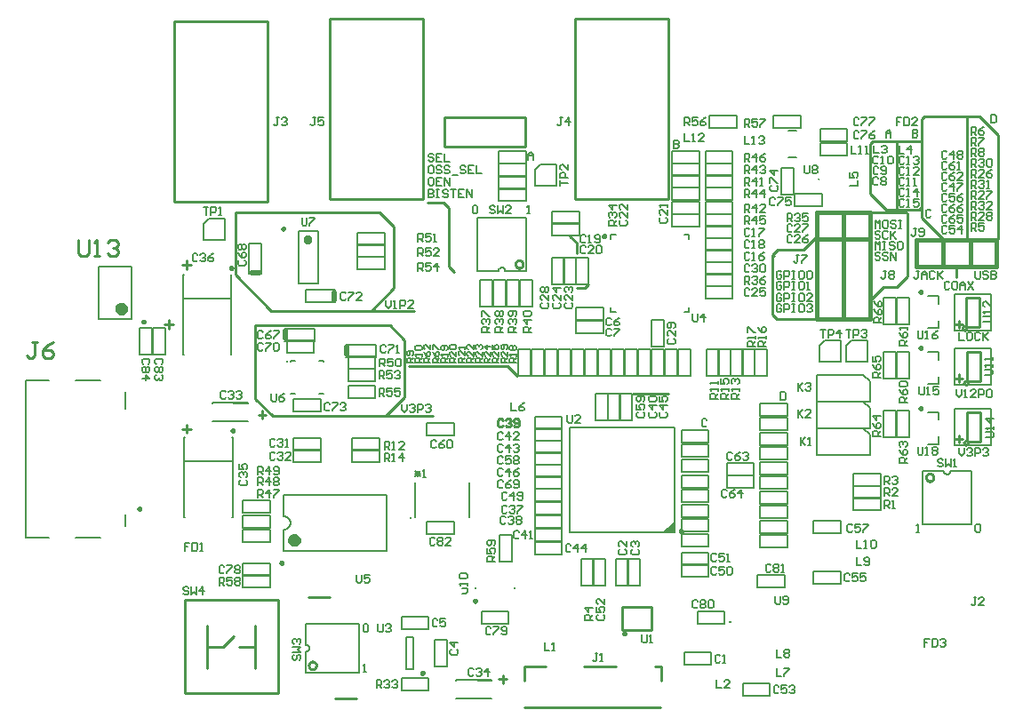
<source format=gto>
%FSTAX23Y23*%
%MOIN*%
%SFA1B1*%

%IPPOS*%
%ADD10C,0.009840*%
%ADD11C,0.023620*%
%ADD12C,0.010000*%
%ADD13C,0.007870*%
%ADD14C,0.003940*%
%ADD15C,0.015750*%
%ADD16C,0.020000*%
%ADD17C,0.005000*%
%ADD18C,0.016000*%
%ADD19C,0.008000*%
%LNusb_control-1*%
%LPD*%
G36*
X02336Y00658D02*
X02375Y00697D01*
Y00658*
X02336*
G37*
G54D10*
X00719Y0165D02*
D01*
X00719Y0165*
X00719Y0165*
X00719Y01651*
X00719Y01651*
X00719Y01651*
X00719Y01652*
X00718Y01652*
X00718Y01652*
X00718Y01653*
X00718Y01653*
X00718Y01653*
X00717Y01653*
X00717Y01654*
X00717Y01654*
X00717Y01654*
X00716Y01654*
X00716Y01654*
X00716Y01654*
X00715Y01654*
X00715Y01655*
X00715Y01655*
X00714Y01655*
X00714*
X00714Y01655*
X00713Y01655*
X00713Y01654*
X00713Y01654*
X00712Y01654*
X00712Y01654*
X00712Y01654*
X00711Y01654*
X00711Y01654*
X00711Y01653*
X00711Y01653*
X0071Y01653*
X0071Y01653*
X0071Y01652*
X0071Y01652*
X0071Y01652*
X00709Y01651*
X00709Y01651*
X00709Y01651*
X00709Y0165*
X00709Y0165*
X00709Y0165*
X00709Y01649*
X00709Y01649*
X00709Y01649*
X00709Y01648*
X00709Y01648*
X0071Y01648*
X0071Y01647*
X0071Y01647*
X0071Y01647*
X0071Y01647*
X00711Y01646*
X00711Y01646*
X00711Y01646*
X00711Y01646*
X00712Y01645*
X00712Y01645*
X00712Y01645*
X00713Y01645*
X00713Y01645*
X00713Y01645*
X00714Y01645*
X00714Y01645*
X00714*
X00715Y01645*
X00715Y01645*
X00715Y01645*
X00716Y01645*
X00716Y01645*
X00716Y01645*
X00717Y01645*
X00717Y01646*
X00717Y01646*
X00717Y01646*
X00718Y01646*
X00718Y01647*
X00718Y01647*
X00718Y01647*
X00718Y01647*
X00719Y01648*
X00719Y01648*
X00719Y01648*
X00719Y01649*
X00719Y01649*
X00719Y01649*
X00719Y0165*
X0039Y01449D02*
D01*
X0039Y01449*
X0039Y01449*
X0039Y0145*
X0039Y0145*
X00389Y0145*
X00389Y01451*
X00389Y01451*
X00389Y01451*
X00389Y01451*
X00389Y01452*
X00388Y01452*
X00388Y01452*
X00388Y01452*
X00388Y01453*
X00387Y01453*
X00387Y01453*
X00387Y01453*
X00386Y01453*
X00386Y01453*
X00386Y01453*
X00385Y01453*
X00385Y01453*
X00385*
X00384Y01453*
X00384Y01453*
X00384Y01453*
X00383Y01453*
X00383Y01453*
X00383Y01453*
X00382Y01453*
X00382Y01453*
X00382Y01452*
X00381Y01452*
X00381Y01452*
X00381Y01452*
X00381Y01451*
X00381Y01451*
X0038Y01451*
X0038Y01451*
X0038Y0145*
X0038Y0145*
X0038Y0145*
X0038Y01449*
X0038Y01449*
X0038Y01449*
X0038Y01448*
X0038Y01448*
X0038Y01448*
X0038Y01447*
X0038Y01447*
X0038Y01447*
X0038Y01446*
X00381Y01446*
X00381Y01446*
X00381Y01445*
X00381Y01445*
X00381Y01445*
X00382Y01445*
X00382Y01444*
X00382Y01444*
X00383Y01444*
X00383Y01444*
X00383Y01444*
X00384Y01444*
X00384Y01444*
X00384Y01444*
X00385Y01444*
X00385*
X00385Y01444*
X00386Y01444*
X00386Y01444*
X00386Y01444*
X00387Y01444*
X00387Y01444*
X00387Y01444*
X00388Y01444*
X00388Y01445*
X00388Y01445*
X00388Y01445*
X00389Y01445*
X00389Y01446*
X00389Y01446*
X00389Y01446*
X00389Y01447*
X00389Y01447*
X0039Y01447*
X0039Y01448*
X0039Y01448*
X0039Y01448*
X0039Y01449*
X00374Y00747D02*
D01*
X00374Y00747*
X00374Y00747*
X00374Y00748*
X00374Y00748*
X00373Y00748*
X00373Y00749*
X00373Y00749*
X00373Y00749*
X00373Y00749*
X00373Y0075*
X00372Y0075*
X00372Y0075*
X00372Y0075*
X00372Y00751*
X00371Y00751*
X00371Y00751*
X00371Y00751*
X0037Y00751*
X0037Y00751*
X0037Y00751*
X00369Y00751*
X00369Y00751*
X00369*
X00368Y00751*
X00368Y00751*
X00368Y00751*
X00367Y00751*
X00367Y00751*
X00367Y00751*
X00366Y00751*
X00366Y00751*
X00366Y0075*
X00366Y0075*
X00365Y0075*
X00365Y0075*
X00365Y00749*
X00365Y00749*
X00365Y00749*
X00364Y00749*
X00364Y00748*
X00364Y00748*
X00364Y00748*
X00364Y00747*
X00364Y00747*
X00364Y00747*
X00364Y00746*
X00364Y00746*
X00364Y00746*
X00364Y00745*
X00364Y00745*
X00364Y00745*
X00365Y00744*
X00365Y00744*
X00365Y00744*
X00365Y00743*
X00365Y00743*
X00366Y00743*
X00366Y00743*
X00366Y00742*
X00366Y00742*
X00367Y00742*
X00367Y00742*
X00367Y00742*
X00368Y00742*
X00368Y00742*
X00368Y00742*
X00369Y00742*
X00369*
X00369Y00742*
X0037Y00742*
X0037Y00742*
X0037Y00742*
X00371Y00742*
X00371Y00742*
X00371Y00742*
X00372Y00742*
X00372Y00743*
X00372Y00743*
X00372Y00743*
X00373Y00743*
X00373Y00744*
X00373Y00744*
X00373Y00744*
X00373Y00745*
X00373Y00745*
X00374Y00745*
X00374Y00746*
X00374Y00746*
X00374Y00746*
X00374Y00747*
X03304Y01349D02*
D01*
X03304Y0135*
X03304Y0135*
X03304Y0135*
X03304Y01351*
X03304Y01351*
X03304Y01351*
X03303Y01352*
X03303Y01352*
X03303Y01352*
X03303Y01352*
X03303Y01353*
X03302Y01353*
X03302Y01353*
X03302Y01353*
X03302Y01354*
X03301Y01354*
X03301Y01354*
X03301Y01354*
X033Y01354*
X033Y01354*
X033Y01354*
X03299Y01354*
X03299*
X03299Y01354*
X03298Y01354*
X03298Y01354*
X03298Y01354*
X03297Y01354*
X03297Y01354*
X03297Y01354*
X03296Y01353*
X03296Y01353*
X03296Y01353*
X03296Y01353*
X03295Y01352*
X03295Y01352*
X03295Y01352*
X03295Y01352*
X03295Y01351*
X03295Y01351*
X03294Y01351*
X03294Y0135*
X03294Y0135*
X03294Y0135*
X03294Y01349*
X03294Y01349*
X03294Y01349*
X03294Y01348*
X03294Y01348*
X03295Y01348*
X03295Y01347*
X03295Y01347*
X03295Y01347*
X03295Y01346*
X03295Y01346*
X03296Y01346*
X03296Y01346*
X03296Y01345*
X03296Y01345*
X03297Y01345*
X03297Y01345*
X03297Y01345*
X03298Y01345*
X03298Y01345*
X03298Y01344*
X03299Y01344*
X03299Y01344*
X03299*
X033Y01344*
X033Y01344*
X033Y01345*
X03301Y01345*
X03301Y01345*
X03301Y01345*
X03302Y01345*
X03302Y01345*
X03302Y01345*
X03302Y01346*
X03303Y01346*
X03303Y01346*
X03303Y01346*
X03303Y01347*
X03303Y01347*
X03304Y01347*
X03304Y01348*
X03304Y01348*
X03304Y01348*
X03304Y01349*
X03304Y01349*
X03304Y01349*
X00724Y0104D02*
D01*
X00724Y0104*
X00724Y0104*
X00724Y01041*
X00724Y01041*
X00724Y01041*
X00724Y01042*
X00723Y01042*
X00723Y01042*
X00723Y01043*
X00723Y01043*
X00723Y01043*
X00722Y01043*
X00722Y01044*
X00722Y01044*
X00722Y01044*
X00721Y01044*
X00721Y01044*
X00721Y01044*
X0072Y01044*
X0072Y01045*
X0072Y01045*
X00719Y01045*
X00719*
X00719Y01045*
X00718Y01045*
X00718Y01044*
X00718Y01044*
X00717Y01044*
X00717Y01044*
X00717Y01044*
X00716Y01044*
X00716Y01044*
X00716Y01043*
X00716Y01043*
X00715Y01043*
X00715Y01043*
X00715Y01042*
X00715Y01042*
X00715Y01042*
X00714Y01041*
X00714Y01041*
X00714Y01041*
X00714Y0104*
X00714Y0104*
X00714Y0104*
X00714Y01039*
X00714Y01039*
X00714Y01039*
X00714Y01038*
X00714Y01038*
X00715Y01038*
X00715Y01037*
X00715Y01037*
X00715Y01037*
X00715Y01037*
X00716Y01036*
X00716Y01036*
X00716Y01036*
X00716Y01036*
X00717Y01035*
X00717Y01035*
X00717Y01035*
X00718Y01035*
X00718Y01035*
X00718Y01035*
X00719Y01035*
X00719Y01035*
X00719*
X0072Y01035*
X0072Y01035*
X0072Y01035*
X00721Y01035*
X00721Y01035*
X00721Y01035*
X00722Y01035*
X00722Y01036*
X00722Y01036*
X00722Y01036*
X00723Y01036*
X00723Y01037*
X00723Y01037*
X00723Y01037*
X00723Y01037*
X00724Y01038*
X00724Y01038*
X00724Y01038*
X00724Y01039*
X00724Y01039*
X00724Y01039*
X00724Y0104*
X03304Y01559D02*
D01*
X03304Y0156*
X03304Y0156*
X03304Y0156*
X03304Y01561*
X03304Y01561*
X03304Y01561*
X03303Y01562*
X03303Y01562*
X03303Y01562*
X03303Y01562*
X03303Y01563*
X03302Y01563*
X03302Y01563*
X03302Y01563*
X03302Y01564*
X03301Y01564*
X03301Y01564*
X03301Y01564*
X033Y01564*
X033Y01564*
X033Y01564*
X03299Y01564*
X03299*
X03299Y01564*
X03298Y01564*
X03298Y01564*
X03298Y01564*
X03297Y01564*
X03297Y01564*
X03297Y01564*
X03296Y01563*
X03296Y01563*
X03296Y01563*
X03296Y01563*
X03295Y01562*
X03295Y01562*
X03295Y01562*
X03295Y01562*
X03295Y01561*
X03295Y01561*
X03294Y01561*
X03294Y0156*
X03294Y0156*
X03294Y0156*
X03294Y01559*
X03294Y01559*
X03294Y01559*
X03294Y01558*
X03294Y01558*
X03295Y01558*
X03295Y01557*
X03295Y01557*
X03295Y01557*
X03295Y01556*
X03295Y01556*
X03296Y01556*
X03296Y01556*
X03296Y01555*
X03296Y01555*
X03297Y01555*
X03297Y01555*
X03297Y01555*
X03298Y01555*
X03298Y01555*
X03298Y01554*
X03299Y01554*
X03299Y01554*
X03299*
X033Y01554*
X033Y01554*
X033Y01555*
X03301Y01555*
X03301Y01555*
X03301Y01555*
X03302Y01555*
X03302Y01555*
X03302Y01555*
X03302Y01556*
X03303Y01556*
X03303Y01556*
X03303Y01556*
X03303Y01557*
X03303Y01557*
X03304Y01557*
X03304Y01558*
X03304Y01558*
X03304Y01558*
X03304Y01559*
X03304Y01559*
X03304Y01559*
Y01124D02*
D01*
X03304Y01125*
X03304Y01125*
X03304Y01125*
X03304Y01126*
X03304Y01126*
X03304Y01126*
X03303Y01127*
X03303Y01127*
X03303Y01127*
X03303Y01127*
X03303Y01128*
X03302Y01128*
X03302Y01128*
X03302Y01128*
X03302Y01129*
X03301Y01129*
X03301Y01129*
X03301Y01129*
X033Y01129*
X033Y01129*
X033Y01129*
X03299Y01129*
X03299*
X03299Y01129*
X03298Y01129*
X03298Y01129*
X03298Y01129*
X03297Y01129*
X03297Y01129*
X03297Y01129*
X03296Y01128*
X03296Y01128*
X03296Y01128*
X03296Y01128*
X03295Y01127*
X03295Y01127*
X03295Y01127*
X03295Y01127*
X03295Y01126*
X03295Y01126*
X03294Y01126*
X03294Y01125*
X03294Y01125*
X03294Y01125*
X03294Y01124*
X03294Y01124*
X03294Y01124*
X03294Y01123*
X03294Y01123*
X03295Y01123*
X03295Y01122*
X03295Y01122*
X03295Y01122*
X03295Y01121*
X03295Y01121*
X03296Y01121*
X03296Y01121*
X03296Y0112*
X03296Y0112*
X03297Y0112*
X03297Y0112*
X03297Y0112*
X03298Y0112*
X03298Y0112*
X03298Y01119*
X03299Y01119*
X03299Y01119*
X03299*
X033Y01119*
X033Y01119*
X033Y0112*
X03301Y0112*
X03301Y0112*
X03301Y0112*
X03302Y0112*
X03302Y0112*
X03302Y0112*
X03302Y01121*
X03303Y01121*
X03303Y01121*
X03303Y01121*
X03303Y01122*
X03303Y01122*
X03304Y01122*
X03304Y01123*
X03304Y01123*
X03304Y01123*
X03304Y01124*
X03304Y01124*
X03304Y01124*
X01632Y00402D02*
D01*
X01632Y00403*
X01632Y00403*
X01632Y00403*
X01632Y00404*
X01632Y00404*
X01632Y00404*
X01632Y00405*
X01631Y00405*
X01631Y00405*
X01631Y00405*
X01631Y00406*
X01631Y00406*
X0163Y00406*
X0163Y00406*
X0163Y00407*
X01629Y00407*
X01629Y00407*
X01629Y00407*
X01629Y00407*
X01628Y00407*
X01628Y00407*
X01627Y00407*
X01627*
X01627Y00407*
X01626Y00407*
X01626Y00407*
X01626Y00407*
X01625Y00407*
X01625Y00407*
X01625Y00407*
X01625Y00406*
X01624Y00406*
X01624Y00406*
X01624Y00406*
X01624Y00405*
X01623Y00405*
X01623Y00405*
X01623Y00405*
X01623Y00404*
X01623Y00404*
X01623Y00404*
X01623Y00403*
X01622Y00403*
X01622Y00403*
X01622Y00402*
X01622Y00402*
X01622Y00402*
X01623Y00401*
X01623Y00401*
X01623Y00401*
X01623Y004*
X01623Y004*
X01623Y004*
X01623Y00399*
X01624Y00399*
X01624Y00399*
X01624Y00399*
X01624Y00398*
X01625Y00398*
X01625Y00398*
X01625Y00398*
X01625Y00398*
X01626Y00398*
X01626Y00397*
X01626Y00397*
X01627Y00397*
X01627Y00397*
X01627*
X01628Y00397*
X01628Y00397*
X01629Y00397*
X01629Y00398*
X01629Y00398*
X01629Y00398*
X0163Y00398*
X0163Y00398*
X0163Y00398*
X01631Y00399*
X01631Y00399*
X01631Y00399*
X01631Y00399*
X01631Y004*
X01632Y004*
X01632Y004*
X01632Y00401*
X01632Y00401*
X01632Y00401*
X01632Y00402*
X01632Y00402*
X01632Y00402*
X00914Y01798D02*
D01*
X00914Y01798*
X00914Y01799*
X00914Y01799*
X00914Y01799*
X00914Y018*
X00914Y018*
X00913Y018*
X00913Y01801*
X00913Y01801*
X00913Y01801*
X00913Y01801*
X00912Y01802*
X00912Y01802*
X00912Y01802*
X00911Y01802*
X00911Y01802*
X00911Y01803*
X00911Y01803*
X0091Y01803*
X0091Y01803*
X0091Y01803*
X00909Y01803*
X00909*
X00908Y01803*
X00908Y01803*
X00908Y01803*
X00907Y01803*
X00907Y01803*
X00907Y01802*
X00907Y01802*
X00906Y01802*
X00906Y01802*
X00906Y01802*
X00905Y01801*
X00905Y01801*
X00905Y01801*
X00905Y01801*
X00905Y018*
X00905Y018*
X00904Y018*
X00904Y01799*
X00904Y01799*
X00904Y01799*
X00904Y01798*
X00904Y01798*
X00904Y01798*
X00904Y01797*
X00904Y01797*
X00904Y01797*
X00904Y01796*
X00905Y01796*
X00905Y01796*
X00905Y01795*
X00905Y01795*
X00905Y01795*
X00905Y01795*
X00906Y01794*
X00906Y01794*
X00906Y01794*
X00907Y01794*
X00907Y01794*
X00907Y01793*
X00907Y01793*
X00908Y01793*
X00908Y01793*
X00908Y01793*
X00909Y01793*
X00909*
X0091Y01793*
X0091Y01793*
X0091Y01793*
X00911Y01793*
X00911Y01793*
X00911Y01794*
X00911Y01794*
X00912Y01794*
X00912Y01794*
X00912Y01794*
X00913Y01795*
X00913Y01795*
X00913Y01795*
X00913Y01795*
X00913Y01796*
X00914Y01796*
X00914Y01796*
X00914Y01797*
X00914Y01797*
X00914Y01797*
X00914Y01798*
X00914Y01798*
X00907Y00545D02*
D01*
X00907Y00545*
X00907Y00545*
X00907Y00546*
X00907Y00546*
X00907Y00546*
X00907Y00547*
X00907Y00547*
X00906Y00547*
X00906Y00547*
X00906Y00548*
X00906Y00548*
X00906Y00548*
X00905Y00548*
X00905Y00549*
X00905Y00549*
X00904Y00549*
X00904Y00549*
X00904Y00549*
X00904Y00549*
X00903Y00549*
X00903Y00549*
X00902Y00549*
X00902*
X00902Y00549*
X00901Y00549*
X00901Y00549*
X00901Y00549*
X009Y00549*
X009Y00549*
X009Y00549*
X009Y00549*
X00899Y00548*
X00899Y00548*
X00899Y00548*
X00899Y00548*
X00898Y00547*
X00898Y00547*
X00898Y00547*
X00898Y00547*
X00898Y00546*
X00898Y00546*
X00898Y00546*
X00897Y00545*
X00897Y00545*
X00897Y00545*
X00897Y00544*
X00897Y00544*
X00898Y00543*
X00898Y00543*
X00898Y00543*
X00898Y00542*
X00898Y00542*
X00898Y00542*
X00898Y00542*
X00899Y00541*
X00899Y00541*
X00899Y00541*
X00899Y00541*
X009Y0054*
X009Y0054*
X009Y0054*
X009Y0054*
X00901Y0054*
X00901Y0054*
X00901Y0054*
X00902Y0054*
X00902Y0054*
X00902*
X00903Y0054*
X00903Y0054*
X00904Y0054*
X00904Y0054*
X00904Y0054*
X00904Y0054*
X00905Y0054*
X00905Y0054*
X00905Y00541*
X00906Y00541*
X00906Y00541*
X00906Y00541*
X00906Y00542*
X00906Y00542*
X00907Y00542*
X00907Y00542*
X00907Y00543*
X00907Y00543*
X00907Y00543*
X00907Y00544*
X00907Y00544*
X00907Y00545*
X02117Y01769D02*
D01*
X02117Y0177*
X02117Y0177*
X02117Y0177*
X02117Y01771*
X02117Y01771*
X02117Y01771*
X02117Y01772*
X02116Y01772*
X02116Y01772*
X02116Y01772*
X02116Y01773*
X02116Y01773*
X02115Y01773*
X02115Y01773*
X02115Y01774*
X02114Y01774*
X02114Y01774*
X02114Y01774*
X02113Y01774*
X02113Y01774*
X02113Y01774*
X02112Y01774*
X02112*
X02112Y01774*
X02111Y01774*
X02111Y01774*
X02111Y01774*
X0211Y01774*
X0211Y01774*
X0211Y01774*
X02109Y01773*
X02109Y01773*
X02109Y01773*
X02109Y01773*
X02108Y01772*
X02108Y01772*
X02108Y01772*
X02108Y01772*
X02108Y01771*
X02108Y01771*
X02108Y01771*
X02107Y0177*
X02107Y0177*
X02107Y0177*
X02107Y01769*
X02107Y01769*
X02107Y01769*
X02107Y01768*
X02108Y01768*
X02108Y01768*
X02108Y01767*
X02108Y01767*
X02108Y01767*
X02108Y01766*
X02108Y01766*
X02109Y01766*
X02109Y01766*
X02109Y01765*
X02109Y01765*
X0211Y01765*
X0211Y01765*
X0211Y01765*
X02111Y01765*
X02111Y01764*
X02111Y01764*
X02112Y01764*
X02112Y01764*
X02112*
X02113Y01764*
X02113Y01764*
X02113Y01764*
X02114Y01765*
X02114Y01765*
X02114Y01765*
X02115Y01765*
X02115Y01765*
X02115Y01765*
X02116Y01766*
X02116Y01766*
X02116Y01766*
X02116Y01766*
X02116Y01767*
X02117Y01767*
X02117Y01767*
X02117Y01768*
X02117Y01768*
X02117Y01768*
X02117Y01769*
X02117Y01769*
X02117Y01769*
X01436Y00132D02*
D01*
X01436Y00132*
X01436Y00132*
X01436Y00133*
X01435Y00133*
X01435Y00133*
X01435Y00134*
X01435Y00134*
X01435Y00134*
X01435Y00135*
X01435Y00135*
X01434Y00135*
X01434Y00135*
X01434Y00136*
X01434Y00136*
X01433Y00136*
X01433Y00136*
X01433Y00136*
X01432Y00136*
X01432Y00136*
X01432Y00137*
X01431Y00137*
X01431Y00137*
X01431*
X0143Y00137*
X0143Y00137*
X0143Y00136*
X01429Y00136*
X01429Y00136*
X01429Y00136*
X01428Y00136*
X01428Y00136*
X01428Y00136*
X01427Y00135*
X01427Y00135*
X01427Y00135*
X01427Y00135*
X01427Y00134*
X01426Y00134*
X01426Y00134*
X01426Y00133*
X01426Y00133*
X01426Y00133*
X01426Y00132*
X01426Y00132*
X01426Y00132*
X01426Y00131*
X01426Y00131*
X01426Y00131*
X01426Y0013*
X01426Y0013*
X01426Y0013*
X01426Y00129*
X01427Y00129*
X01427Y00129*
X01427Y00128*
X01427Y00128*
X01427Y00128*
X01428Y00128*
X01428Y00128*
X01428Y00127*
X01429Y00127*
X01429Y00127*
X01429Y00127*
X0143Y00127*
X0143Y00127*
X0143Y00127*
X01431Y00127*
X01431*
X01431Y00127*
X01432Y00127*
X01432Y00127*
X01432Y00127*
X01433Y00127*
X01433Y00127*
X01433Y00127*
X01434Y00128*
X01434Y00128*
X01434Y00128*
X01434Y00128*
X01435Y00128*
X01435Y00129*
X01435Y00129*
X01435Y00129*
X01435Y0013*
X01435Y0013*
X01435Y0013*
X01436Y00131*
X01436Y00131*
X01436Y00131*
X01436Y00132*
X02406Y00664D02*
D01*
X02406Y00664*
X02406Y00664*
X02406Y00665*
X02406Y00665*
X02406Y00665*
X02405Y00666*
X02405Y00666*
X02405Y00666*
X02405Y00666*
X02405Y00667*
X02404Y00667*
X02404Y00667*
X02404Y00667*
X02404Y00668*
X02403Y00668*
X02403Y00668*
X02403Y00668*
X02402Y00668*
X02402Y00668*
X02402Y00668*
X02401Y00668*
X02401Y00668*
X02401*
X024Y00668*
X024Y00668*
X024Y00668*
X02399Y00668*
X02399Y00668*
X02399Y00668*
X02398Y00668*
X02398Y00668*
X02398Y00667*
X02398Y00667*
X02397Y00667*
X02397Y00667*
X02397Y00666*
X02397Y00666*
X02397Y00666*
X02396Y00666*
X02396Y00665*
X02396Y00665*
X02396Y00665*
X02396Y00664*
X02396Y00664*
X02396Y00664*
X02396Y00663*
X02396Y00663*
X02396Y00663*
X02396Y00662*
X02396Y00662*
X02396Y00662*
X02397Y00661*
X02397Y00661*
X02397Y00661*
X02397Y0066*
X02397Y0066*
X02398Y0066*
X02398Y0066*
X02398Y00659*
X02398Y00659*
X02399Y00659*
X02399Y00659*
X02399Y00659*
X024Y00659*
X024Y00659*
X024Y00659*
X02401Y00659*
X02401*
X02401Y00659*
X02402Y00659*
X02402Y00659*
X02402Y00659*
X02403Y00659*
X02403Y00659*
X02403Y00659*
X02404Y00659*
X02404Y0066*
X02404Y0066*
X02404Y0066*
X02405Y0066*
X02405Y00661*
X02405Y00661*
X02405Y00661*
X02405Y00662*
X02406Y00662*
X02406Y00662*
X02406Y00663*
X02406Y00663*
X02406Y00663*
X02406Y00664*
G54D11*
X00313Y01498D02*
D01*
X00313Y01499*
X00313Y015*
X00313Y015*
X00312Y01501*
X00312Y01502*
X00312Y01503*
X00312Y01503*
X00311Y01504*
X00311Y01505*
X0031Y01506*
X0031Y01506*
X00309Y01507*
X00308Y01507*
X00308Y01508*
X00307Y01508*
X00306Y01509*
X00306Y01509*
X00305Y01509*
X00304Y01509*
X00303Y0151*
X00302Y0151*
X00302Y0151*
X00301*
X003Y0151*
X00299Y0151*
X00298Y01509*
X00297Y01509*
X00297Y01509*
X00296Y01509*
X00295Y01508*
X00295Y01508*
X00294Y01507*
X00293Y01507*
X00293Y01506*
X00292Y01506*
X00292Y01505*
X00291Y01504*
X00291Y01503*
X0029Y01503*
X0029Y01502*
X0029Y01501*
X0029Y015*
X00289Y015*
X00289Y01499*
X00289Y01498*
X00289Y01497*
X00289Y01496*
X0029Y01495*
X0029Y01495*
X0029Y01494*
X0029Y01493*
X00291Y01492*
X00291Y01492*
X00292Y01491*
X00292Y0149*
X00293Y0149*
X00293Y01489*
X00294Y01489*
X00295Y01488*
X00295Y01488*
X00296Y01487*
X00297Y01487*
X00297Y01487*
X00298Y01486*
X00299Y01486*
X003Y01486*
X00301Y01486*
X00302*
X00302Y01486*
X00303Y01486*
X00304Y01486*
X00305Y01487*
X00306Y01487*
X00306Y01487*
X00307Y01488*
X00308Y01488*
X00308Y01489*
X00309Y01489*
X0031Y0149*
X0031Y0149*
X00311Y01491*
X00311Y01492*
X00312Y01492*
X00312Y01493*
X00312Y01494*
X00312Y01495*
X00313Y01495*
X00313Y01496*
X00313Y01497*
X00313Y01498*
X00962Y0063D02*
D01*
X00962Y0063*
X00962Y00631*
X00962Y00632*
X00961Y00633*
X00961Y00634*
X00961Y00634*
X0096Y00635*
X0096Y00636*
X0096Y00636*
X00959Y00637*
X00958Y00638*
X00958Y00638*
X00957Y00639*
X00957Y00639*
X00956Y0064*
X00955Y0064*
X00954Y0064*
X00954Y00641*
X00953Y00641*
X00952Y00641*
X00951Y00641*
X0095Y00641*
X0095*
X00949Y00641*
X00948Y00641*
X00947Y00641*
X00946Y00641*
X00946Y0064*
X00945Y0064*
X00944Y0064*
X00943Y00639*
X00943Y00639*
X00942Y00638*
X00941Y00638*
X00941Y00637*
X0094Y00636*
X0094Y00636*
X0094Y00635*
X00939Y00634*
X00939Y00634*
X00939Y00633*
X00938Y00632*
X00938Y00631*
X00938Y0063*
X00938Y0063*
X00938Y00629*
X00938Y00628*
X00938Y00627*
X00939Y00626*
X00939Y00626*
X00939Y00625*
X0094Y00624*
X0094Y00623*
X0094Y00623*
X00941Y00622*
X00941Y00621*
X00942Y00621*
X00943Y0062*
X00943Y0062*
X00944Y00619*
X00945Y00619*
X00946Y00619*
X00946Y00618*
X00947Y00618*
X00948Y00618*
X00949Y00618*
X0095Y00618*
X0095*
X00951Y00618*
X00952Y00618*
X00953Y00618*
X00954Y00618*
X00954Y00619*
X00955Y00619*
X00956Y00619*
X00957Y0062*
X00957Y0062*
X00958Y00621*
X00958Y00621*
X00959Y00622*
X0096Y00623*
X0096Y00623*
X0096Y00624*
X00961Y00625*
X00961Y00626*
X00961Y00626*
X00962Y00627*
X00962Y00628*
X00962Y00629*
X00962Y0063*
G54D12*
X03476Y00995D02*
D01*
X03476Y00995*
X03476Y00995*
X03475Y00996*
X03475Y00996*
X03475Y00997*
X03475Y00997*
X03475Y00998*
X03474Y00998*
X03474Y00999*
X03474Y00999*
X03474Y00999*
X03473Y01*
X03473Y01*
X03472Y01*
X03472Y01001*
X03472Y01001*
X03471Y01001*
X03471Y01001*
X0347Y01001*
X0347Y01001*
X03469Y01002*
X03469Y01002*
X03468*
X03468Y01002*
X03467Y01001*
X03467Y01001*
X03466Y01001*
X03466Y01001*
X03465Y01001*
X03465Y01001*
X03465Y01*
X03464Y01*
X03464Y01*
X03463Y00999*
X03463Y00999*
X03463Y00999*
X03463Y00998*
X03462Y00998*
X03462Y00997*
X03462Y00997*
X03462Y00996*
X03462Y00996*
X03461Y00995*
X03461Y00995*
X03461Y00995*
X03461Y00994*
X03461Y00994*
X03462Y00993*
X03462Y00993*
X03462Y00992*
X03462Y00992*
X03462Y00991*
X03463Y00991*
X03463Y0099*
X03463Y0099*
X03463Y0099*
X03464Y00989*
X03464Y00989*
X03465Y00989*
X03465Y00988*
X03465Y00988*
X03466Y00988*
X03466Y00988*
X03467Y00988*
X03467Y00988*
X03468Y00987*
X03468Y00987*
X03469*
X03469Y00987*
X0347Y00988*
X0347Y00988*
X03471Y00988*
X03471Y00988*
X03472Y00988*
X03472Y00988*
X03472Y00989*
X03473Y00989*
X03473Y00989*
X03474Y0099*
X03474Y0099*
X03474Y0099*
X03474Y00991*
X03475Y00991*
X03475Y00992*
X03475Y00992*
X03475Y00993*
X03475Y00993*
X03476Y00994*
X03476Y00994*
X03476Y00995*
X03348Y00865D02*
D01*
X03348Y00865*
X03348Y00866*
X03347Y00867*
X03347Y00868*
X03347Y00869*
X03346Y0087*
X03346Y00871*
X03345Y00872*
X03345Y00873*
X03344Y00874*
X03344Y00874*
X03343Y00875*
X03342Y00876*
X03341Y00876*
X03341Y00877*
X0334Y00877*
X03339Y00878*
X03338Y00878*
X03337Y00878*
X03336Y00878*
X03335Y00879*
X03334Y00879*
X03333*
X03332Y00879*
X03331Y00878*
X0333Y00878*
X03329Y00878*
X03328Y00878*
X03327Y00877*
X03326Y00877*
X03326Y00876*
X03325Y00876*
X03324Y00875*
X03323Y00874*
X03323Y00874*
X03322Y00873*
X03322Y00872*
X03321Y00871*
X03321Y0087*
X0332Y00869*
X0332Y00868*
X0332Y00867*
X03319Y00866*
X03319Y00865*
X03319Y00865*
X03319Y00864*
X03319Y00863*
X0332Y00862*
X0332Y00861*
X0332Y0086*
X03321Y00859*
X03321Y00858*
X03322Y00857*
X03322Y00856*
X03323Y00855*
X03323Y00855*
X03324Y00854*
X03325Y00853*
X03326Y00853*
X03326Y00852*
X03327Y00852*
X03328Y00851*
X03329Y00851*
X0333Y00851*
X03331Y00851*
X03332Y0085*
X03333Y0085*
X03334*
X03335Y0085*
X03336Y00851*
X03337Y00851*
X03338Y00851*
X03339Y00851*
X0334Y00852*
X03341Y00852*
X03341Y00853*
X03342Y00853*
X03343Y00854*
X03344Y00855*
X03344Y00855*
X03345Y00856*
X03345Y00857*
X03346Y00858*
X03346Y00859*
X03347Y0086*
X03347Y00861*
X03347Y00862*
X03348Y00863*
X03348Y00864*
X03348Y00865*
X01033Y0016D02*
D01*
X01033Y0016*
X01033Y00161*
X01032Y00162*
X01032Y00163*
X01032Y00164*
X01031Y00165*
X01031Y00166*
X0103Y00167*
X0103Y00168*
X01029Y00169*
X01029Y00169*
X01028Y0017*
X01027Y00171*
X01026Y00171*
X01026Y00172*
X01025Y00172*
X01024Y00173*
X01023Y00173*
X01022Y00173*
X01021Y00173*
X0102Y00174*
X01019Y00174*
X01018*
X01017Y00174*
X01016Y00173*
X01015Y00173*
X01014Y00173*
X01013Y00173*
X01012Y00172*
X01011Y00172*
X01011Y00171*
X0101Y00171*
X01009Y0017*
X01008Y00169*
X01008Y00169*
X01007Y00168*
X01007Y00167*
X01006Y00166*
X01006Y00165*
X01005Y00164*
X01005Y00163*
X01005Y00162*
X01004Y00161*
X01004Y0016*
X01004Y0016*
X01004Y00159*
X01004Y00158*
X01005Y00157*
X01005Y00156*
X01005Y00155*
X01006Y00154*
X01006Y00153*
X01007Y00152*
X01007Y00151*
X01008Y0015*
X01008Y0015*
X01009Y00149*
X0101Y00148*
X01011Y00148*
X01011Y00147*
X01012Y00147*
X01013Y00146*
X01014Y00146*
X01015Y00146*
X01016Y00146*
X01017Y00145*
X01018Y00145*
X01019*
X0102Y00145*
X01021Y00146*
X01022Y00146*
X01023Y00146*
X01024Y00146*
X01025Y00147*
X01026Y00147*
X01026Y00148*
X01027Y00148*
X01028Y00149*
X01029Y0015*
X01029Y0015*
X0103Y00151*
X0103Y00152*
X01031Y00153*
X01031Y00154*
X01032Y00155*
X01032Y00156*
X01032Y00157*
X01033Y00158*
X01033Y00159*
X01033Y0016*
X02194Y0028D02*
D01*
X02193Y0028*
X02193Y0028*
X02193Y00281*
X02193Y00281*
X02193Y00281*
X02193Y00282*
X02193Y00282*
X02193Y00282*
X02193Y00282*
X02192Y00283*
X02192Y00283*
X02192Y00283*
X02192Y00283*
X02191Y00284*
X02191Y00284*
X02191Y00284*
X0219Y00284*
X0219Y00284*
X0219Y00284*
X02189Y00284*
X02189Y00284*
X02189Y00284*
X02188*
X02188Y00284*
X02188Y00284*
X02187Y00284*
X02187Y00284*
X02187Y00284*
X02186Y00284*
X02186Y00284*
X02186Y00284*
X02185Y00283*
X02185Y00283*
X02185Y00283*
X02185Y00283*
X02184Y00282*
X02184Y00282*
X02184Y00282*
X02184Y00282*
X02184Y00281*
X02184Y00281*
X02184Y00281*
X02184Y0028*
X02184Y0028*
X02184Y0028*
X02184Y00279*
X02184Y00279*
X02184Y00278*
X02184Y00278*
X02184Y00278*
X02184Y00277*
X02184Y00277*
X02184Y00277*
X02184Y00277*
X02185Y00276*
X02185Y00276*
X02185Y00276*
X02185Y00276*
X02186Y00275*
X02186Y00275*
X02186Y00275*
X02187Y00275*
X02187Y00275*
X02187Y00275*
X02188Y00275*
X02188Y00275*
X02188Y00275*
X02189*
X02189Y00275*
X02189Y00275*
X0219Y00275*
X0219Y00275*
X0219Y00275*
X02191Y00275*
X02191Y00275*
X02191Y00275*
X02192Y00276*
X02192Y00276*
X02192Y00276*
X02192Y00276*
X02193Y00277*
X02193Y00277*
X02193Y00277*
X02193Y00277*
X02193Y00278*
X02193Y00278*
X02193Y00278*
X02193Y00279*
X02193Y00279*
X02194Y0028*
X03476Y0122D02*
D01*
X03476Y0122*
X03476Y0122*
X03475Y01221*
X03475Y01221*
X03475Y01222*
X03475Y01222*
X03475Y01223*
X03474Y01223*
X03474Y01224*
X03474Y01224*
X03474Y01224*
X03473Y01225*
X03473Y01225*
X03472Y01225*
X03472Y01226*
X03472Y01226*
X03471Y01226*
X03471Y01226*
X0347Y01226*
X0347Y01226*
X03469Y01227*
X03469Y01227*
X03468*
X03468Y01227*
X03467Y01226*
X03467Y01226*
X03466Y01226*
X03466Y01226*
X03465Y01226*
X03465Y01226*
X03465Y01225*
X03464Y01225*
X03464Y01225*
X03463Y01224*
X03463Y01224*
X03463Y01224*
X03463Y01223*
X03462Y01223*
X03462Y01222*
X03462Y01222*
X03462Y01221*
X03462Y01221*
X03461Y0122*
X03461Y0122*
X03461Y0122*
X03461Y01219*
X03461Y01219*
X03462Y01218*
X03462Y01218*
X03462Y01217*
X03462Y01217*
X03462Y01216*
X03463Y01216*
X03463Y01215*
X03463Y01215*
X03463Y01215*
X03464Y01214*
X03464Y01214*
X03465Y01214*
X03465Y01213*
X03465Y01213*
X03466Y01213*
X03466Y01213*
X03467Y01213*
X03467Y01213*
X03468Y01212*
X03468Y01212*
X03469*
X03469Y01212*
X0347Y01213*
X0347Y01213*
X03471Y01213*
X03471Y01213*
X03472Y01213*
X03472Y01213*
X03472Y01214*
X03473Y01214*
X03473Y01214*
X03474Y01215*
X03474Y01215*
X03474Y01215*
X03474Y01216*
X03475Y01216*
X03475Y01217*
X03475Y01217*
X03475Y01218*
X03475Y01218*
X03476Y01219*
X03476Y01219*
X03476Y0122*
X03471Y01425D02*
D01*
X03471Y01425*
X03471Y01425*
X0347Y01426*
X0347Y01426*
X0347Y01427*
X0347Y01427*
X0347Y01428*
X03469Y01428*
X03469Y01429*
X03469Y01429*
X03469Y01429*
X03468Y0143*
X03468Y0143*
X03467Y0143*
X03467Y01431*
X03467Y01431*
X03466Y01431*
X03466Y01431*
X03465Y01431*
X03465Y01431*
X03464Y01432*
X03464Y01432*
X03463*
X03463Y01432*
X03462Y01431*
X03462Y01431*
X03461Y01431*
X03461Y01431*
X0346Y01431*
X0346Y01431*
X0346Y0143*
X03459Y0143*
X03459Y0143*
X03458Y01429*
X03458Y01429*
X03458Y01429*
X03458Y01428*
X03457Y01428*
X03457Y01427*
X03457Y01427*
X03457Y01426*
X03457Y01426*
X03456Y01425*
X03456Y01425*
X03456Y01425*
X03456Y01424*
X03456Y01424*
X03457Y01423*
X03457Y01423*
X03457Y01422*
X03457Y01422*
X03457Y01421*
X03458Y01421*
X03458Y0142*
X03458Y0142*
X03458Y0142*
X03459Y01419*
X03459Y01419*
X0346Y01419*
X0346Y01418*
X0346Y01418*
X03461Y01418*
X03461Y01418*
X03462Y01418*
X03462Y01418*
X03463Y01417*
X03463Y01417*
X03464*
X03464Y01417*
X03465Y01418*
X03465Y01418*
X03466Y01418*
X03466Y01418*
X03467Y01418*
X03467Y01418*
X03467Y01419*
X03468Y01419*
X03468Y01419*
X03469Y0142*
X03469Y0142*
X03469Y0142*
X03469Y01421*
X0347Y01421*
X0347Y01422*
X0347Y01422*
X0347Y01423*
X0347Y01423*
X03471Y01424*
X03471Y01424*
X03471Y01425*
X01808Y01665D02*
D01*
X01808Y01665*
X01808Y01666*
X01807Y01667*
X01807Y01668*
X01807Y01669*
X01806Y0167*
X01806Y01671*
X01805Y01672*
X01805Y01673*
X01804Y01674*
X01804Y01674*
X01803Y01675*
X01802Y01676*
X01801Y01676*
X01801Y01677*
X018Y01677*
X01799Y01678*
X01798Y01678*
X01797Y01678*
X01796Y01678*
X01795Y01679*
X01794Y01679*
X01793*
X01792Y01679*
X01791Y01678*
X0179Y01678*
X01789Y01678*
X01788Y01678*
X01787Y01677*
X01786Y01677*
X01786Y01676*
X01785Y01676*
X01784Y01675*
X01783Y01674*
X01783Y01674*
X01782Y01673*
X01782Y01672*
X01781Y01671*
X01781Y0167*
X0178Y01669*
X0178Y01668*
X0178Y01667*
X01779Y01666*
X01779Y01665*
X01779Y01665*
X01779Y01664*
X01779Y01663*
X0178Y01662*
X0178Y01661*
X0178Y0166*
X01781Y01659*
X01781Y01658*
X01782Y01657*
X01782Y01656*
X01783Y01655*
X01783Y01655*
X01784Y01654*
X01785Y01653*
X01786Y01653*
X01786Y01652*
X01787Y01652*
X01788Y01651*
X01789Y01651*
X0179Y01651*
X01791Y01651*
X01792Y0165*
X01793Y0165*
X01794*
X01795Y0165*
X01796Y01651*
X01797Y01651*
X01798Y01651*
X01799Y01651*
X018Y01652*
X01801Y01652*
X01801Y01653*
X01802Y01653*
X01803Y01654*
X01804Y01655*
X01804Y01655*
X01805Y01656*
X01805Y01657*
X01806Y01658*
X01806Y01659*
X01807Y0166*
X01807Y01661*
X01807Y01662*
X01808Y01663*
X01808Y01664*
X01808Y01665*
X03429Y01439D02*
X03457D01*
X03443Y01453D02*
X03444Y01425D01*
X03429Y01236D02*
X03457D01*
X03443Y01251D02*
X03444Y01222D01*
X03429Y01009D02*
X03457D01*
X03443Y01023D02*
X03444Y00995D01*
X01732Y00122D02*
X01732Y00093D01*
X01718Y00108D02*
X01745D01*
X00817Y011D02*
X00844D01*
X00831Y01115D02*
X00831Y01086D01*
X00531Y01046D02*
X00564D01*
X00547Y01063D02*
X00548Y01031D01*
X00531Y01662D02*
X00564D01*
X00547Y01679D02*
X00548Y01647D01*
X00479Y01455D02*
X0048Y01423D01*
X00463Y01438D02*
X00496D01*
X0138Y01282D02*
X0175D01*
X01785Y01247*
X01512Y02106D02*
Y02214D01*
Y02106D02*
X01818D01*
Y02214*
X01512D02*
X01818D01*
X03434Y01615D02*
Y01655D01*
X03519Y0222D02*
X03589Y0215D01*
X03304Y0184D02*
X03384Y0176D01*
X03304Y0184D02*
Y0221D01*
X03384Y0176D02*
X03414D01*
X00804Y01435D02*
X01309D01*
X01294Y01095D02*
X01469D01*
X01309Y01435D02*
X01364Y0138D01*
Y01165D02*
Y0138D01*
X01294Y01095D02*
X01364Y01165D01*
X00869Y01095D02*
X01329D01*
X00804Y0116D02*
X00869Y01095D01*
X00804Y0116D02*
Y01435D01*
X01239Y0149D02*
X01399D01*
X00729Y01625D02*
Y0186D01*
Y01625D02*
X00864Y0149D01*
X01239*
X01324Y01575*
Y01805*
X01269Y0186D02*
X01324Y01805D01*
X00729Y0186D02*
X01269D01*
X03209Y01874D02*
X03211Y01872D01*
X03209Y01874D02*
Y02125D01*
X03474Y0176D02*
Y02215D01*
X02744Y01695D02*
Y017D01*
X02764Y0172*
X02859*
X02909Y0177*
X03109Y0186D02*
X03244D01*
X03249Y01855*
Y0162D02*
Y01855D01*
X03209Y0158D02*
X03249Y0162D01*
X03159Y0158D02*
X03209D01*
X03109Y0153D02*
X03159Y0158D01*
X02759Y0146D02*
X02909D01*
X02744Y01475D02*
X02759Y0146D01*
X02744Y01475D02*
Y01695D01*
X02749*
X03294Y0187D02*
X03299Y01875D01*
X03169Y0187D02*
X03294D01*
X03109Y0193D02*
X03169Y0187D01*
X03109Y0193D02*
Y02115D01*
X03119Y02125*
X03304*
X02039Y01575D02*
X02052Y01589D01*
X02009Y01575D02*
X02039D01*
X01984Y0177D02*
X02009Y01745D01*
Y01705D02*
Y01745D01*
X02219Y0118D02*
X02354D01*
X01084Y0191D02*
X01434D01*
Y02585*
X01084D02*
X01434D01*
X01084Y0191D02*
Y02585D01*
X02004Y0191D02*
X02354D01*
Y02585*
X02004D02*
X02354D01*
X02004Y0191D02*
Y02585D01*
X00499Y019D02*
X00849D01*
Y02575*
X00499D02*
X00849D01*
X00499Y019D02*
Y02575D01*
X03474Y0102D02*
Y0111D01*
X03524*
Y01D02*
Y0111D01*
X03474Y01D02*
Y0102D01*
Y01D02*
X03524D01*
X01813Y00157D02*
X01893D01*
X01813Y00102D02*
Y00157D01*
X02303D02*
X02328D01*
Y00102D02*
Y00157D01*
X02038D02*
X02158D01*
X01813Y00002D02*
X02323D01*
X00684Y0023D02*
X00724Y0027D01*
X00624Y0023D02*
X00684D01*
X00744D02*
X00804D01*
Y0015D02*
Y0031D01*
X00624Y0015D02*
Y0031D01*
X00539Y00405D02*
X00889D01*
X00539Y00055D02*
X00889D01*
Y00405*
X00539Y00055D02*
Y00405D01*
X0218Y00378D02*
X0229D01*
X0218Y00293D02*
Y00378D01*
X0229Y00293D02*
Y00378D01*
X0218Y00293D02*
X0229D01*
X03474Y01225D02*
X03524D01*
X03474D02*
Y01245D01*
X03524Y01225D02*
Y01335D01*
X03474D02*
X03524D01*
X03474Y01245D02*
Y01335D01*
X03469Y0143D02*
X03519D01*
X03469D02*
Y0145D01*
X03519Y0143D02*
Y0154D01*
X03469D02*
X03519D01*
X03469Y0145D02*
Y0154D01*
X03589Y0176D02*
Y0215D01*
X03414Y0176D02*
X03589D01*
X03304Y0221D02*
X03314Y0222D01*
X03519*
X02909Y0177D02*
Y01785D01*
X01004Y00415D02*
X01084D01*
X01104Y00035D02*
X01184D01*
X01449Y01895D02*
X01509D01*
X01529Y01875*
Y01655D02*
Y01875D01*
Y01655D02*
X01549Y01635D01*
X00141Y01756D02*
Y01706D01*
X00151Y01696*
X0017*
X0018Y01706*
Y01756*
X002Y01696D02*
X0022D01*
X0021*
Y01756*
X002Y01746*
X0025D02*
X0026Y01756D01*
X0028*
X0029Y01746*
Y01736*
X0028Y01726*
X0027*
X0028*
X0029Y01716*
Y01706*
X0028Y01696*
X0026*
X0025Y01706*
X-00014Y01372D02*
X-00034D01*
X-00024*
Y01323*
X-00034Y01313*
X-00044*
X-00054Y01323*
X00045Y01372D02*
X00025Y01362D01*
X00005Y01342*
Y01323*
X00015Y01313*
X00035*
X00045Y01323*
Y01332*
X00035Y01342*
X00005*
X01733Y01079D02*
X01728Y01084D01*
X01719*
X01714Y01079*
Y0106*
X01719Y01055*
X01728*
X01733Y0106*
X01743Y01079D02*
X01748Y01084D01*
X01758*
X01763Y01079*
Y01074*
X01758Y0107*
X01753*
X01758*
X01763Y01065*
Y0106*
X01758Y01055*
X01748*
X01743Y0106*
X01773D02*
X01778Y01055D01*
X01788*
X01793Y0106*
Y01079*
X01788Y01084*
X01778*
X01773Y01079*
Y01074*
X01778Y0107*
X01793*
G54D13*
X03386Y0089D02*
D01*
X03386Y00889*
X03386Y00888*
X03386Y00887*
X03386Y00886*
X03387Y00885*
X03387Y00884*
X03387Y00884*
X03388Y00883*
X03388Y00882*
X03389Y00881*
X0339Y00881*
X0339Y0088*
X03391Y0088*
X03392Y00879*
X03392Y00879*
X03393Y00878*
X03394Y00878*
X03395Y00878*
X03395Y00877*
X03396Y00877*
X03397Y00877*
X03398Y00877*
X03399*
X034Y00877*
X03401Y00877*
X03402Y00877*
X03402Y00878*
X03403Y00878*
X03404Y00878*
X03405Y00879*
X03405Y00879*
X03406Y0088*
X03407Y0088*
X03407Y00881*
X03408Y00881*
X03409Y00882*
X03409Y00883*
X0341Y00884*
X0341Y00884*
X0341Y00885*
X03411Y00886*
X03411Y00887*
X03411Y00888*
X03411Y00889*
X03411Y0089*
X00994Y00212D02*
D01*
X00994Y00212*
X00995Y00212*
X00996Y00212*
X00997Y00212*
X00998Y00213*
X00999Y00213*
X00999Y00213*
X01Y00214*
X01001Y00214*
X01002Y00215*
X01002Y00216*
X01003Y00216*
X01003Y00217*
X01004Y00218*
X01004Y00218*
X01005Y00219*
X01005Y0022*
X01005Y00221*
X01006Y00221*
X01006Y00222*
X01006Y00223*
X01006Y00224*
Y00225*
X01006Y00226*
X01006Y00227*
X01006Y00228*
X01005Y00228*
X01005Y00229*
X01005Y0023*
X01004Y00231*
X01004Y00231*
X01003Y00232*
X01003Y00233*
X01002Y00233*
X01002Y00234*
X01001Y00235*
X01Y00235*
X00999Y00236*
X00999Y00236*
X00998Y00236*
X00997Y00237*
X00996Y00237*
X00995Y00237*
X00994Y00237*
X00994Y00237*
X01741Y0164D02*
D01*
X01741Y0164*
X01741Y01641*
X01741Y01642*
X01741Y01643*
X0174Y01644*
X0174Y01645*
X0174Y01645*
X01739Y01646*
X01739Y01647*
X01738Y01648*
X01737Y01648*
X01737Y01649*
X01736Y01649*
X01735Y0165*
X01735Y0165*
X01734Y01651*
X01733Y01651*
X01732Y01651*
X01732Y01652*
X01731Y01652*
X0173Y01652*
X01729Y01652*
X01728*
X01727Y01652*
X01726Y01652*
X01725Y01652*
X01725Y01651*
X01724Y01651*
X01723Y01651*
X01722Y0165*
X01722Y0165*
X01721Y01649*
X0172Y01649*
X0172Y01648*
X01719Y01648*
X01718Y01647*
X01718Y01646*
X01717Y01645*
X01717Y01645*
X01717Y01644*
X01716Y01643*
X01716Y01642*
X01716Y01641*
X01716Y0164*
X01716Y0164*
X00911Y0067D02*
D01*
X00912Y0067*
X00914Y0067*
X00916Y0067*
X00917Y0067*
X00919Y00671*
X00921Y00672*
X00922Y00672*
X00924Y00673*
X00925Y00674*
X00927Y00675*
X00928Y00677*
X00929Y00678*
X0093Y00679*
X00931Y00681*
X00932Y00682*
X00933Y00684*
X00934Y00685*
X00934Y00687*
X00935Y00688*
X00935Y0069*
X00935Y00692*
X00936Y00694*
Y00695*
X00935Y00697*
X00935Y00699*
X00935Y00701*
X00934Y00702*
X00934Y00704*
X00933Y00705*
X00932Y00707*
X00931Y00708*
X0093Y0071*
X00929Y00711*
X00928Y00712*
X00927Y00714*
X00925Y00715*
X00924Y00716*
X00922Y00717*
X00921Y00717*
X00919Y00718*
X00917Y00719*
X00916Y00719*
X00914Y00719*
X00912Y00719*
X00911Y0072*
X00712Y01325D02*
X00714D01*
X00533D02*
X00535D01*
X00533D02*
Y01624D01*
X00714Y01325D02*
Y01624D01*
X00533D02*
X00535D01*
X00712D02*
X00714D01*
X00533Y01534D02*
X00714D01*
X0034Y01459D02*
Y01655D01*
X00215Y01459D02*
Y01655D01*
Y01459D02*
X0034D01*
X00215Y01655D02*
X0034D01*
X-00058Y00638D02*
X0003D01*
X0013D02*
X00224D01*
X00315Y00681D02*
Y00725D01*
Y01123D02*
Y01186D01*
X0013Y01229D02*
X00224D01*
X-00058D02*
X0003D01*
X-00058Y00638D02*
Y01229D01*
X03327Y01334D02*
X03366D01*
Y01306D02*
Y01334D01*
X03327Y01215D02*
X03366D01*
Y01243*
X00724Y01143D02*
X00775D01*
X00642D02*
Y01145D01*
X00724Y01076D02*
X00775D01*
X00642Y01074D02*
Y01076D01*
Y01145D02*
X00775D01*
X00642Y01074D02*
X00775D01*
X01639Y00103D02*
X0169D01*
X01557D02*
Y00105D01*
X01639Y00036D02*
X0169D01*
X01557Y00034D02*
Y00036D01*
Y00105D02*
X0169D01*
X01557Y00034D02*
X0169D01*
X00538Y00924D02*
X00719D01*
X00717Y01014D02*
X00719D01*
X00538D02*
X0054D01*
X00719Y00715D02*
Y01014D01*
X00538Y00715D02*
Y01014D01*
Y00715D02*
X0054D01*
X00717D02*
X00719D01*
X03306Y0069D02*
Y0089D01*
Y0069D02*
X03491D01*
Y0089*
X03411D02*
X03491D01*
X03306D02*
X03386D01*
X00994Y00132D02*
X01194D01*
Y00317*
X00994D02*
X01194D01*
X00994Y00237D02*
Y00317D01*
Y00132D02*
Y00212D01*
X03366Y01425D02*
Y01453D01*
X03327Y01425D02*
X03366D01*
Y01516D02*
Y01544D01*
X03327D02*
X03366D01*
Y0099D02*
Y01018D01*
X03327Y0099D02*
X03366D01*
Y01081D02*
Y01109D01*
X03327D02*
X03366D01*
X01402Y00714D02*
Y00845D01*
X01605Y00714D02*
Y00845D01*
X01741Y0164D02*
X01821D01*
X01636D02*
X01716D01*
X01636D02*
Y0184D01*
X01821*
Y0164D02*
Y0184D01*
X02803Y02065D02*
X02834D01*
X02803Y02164D02*
X02834D01*
X01778Y00448D02*
Y00451D01*
X01629Y00448D02*
Y00451D01*
X00968Y01788D02*
X01039D01*
Y01591D02*
Y01788D01*
X00968Y01591D02*
Y01788D01*
Y01591D02*
X01039D01*
X01044Y01301D02*
X0106D01*
Y013D02*
Y01301D01*
X01044Y01179D02*
X0106D01*
Y01179*
X00938Y01301D02*
X00954D01*
X00938Y013D02*
Y01301D01*
Y01179D02*
X00954D01*
X00938D02*
Y01179D01*
X01296Y0059D02*
Y00799D01*
X00911D02*
X01296D01*
X00911Y0059D02*
X01296D01*
X00911Y0072D02*
Y00799D01*
Y0059D02*
Y0067D01*
X02429Y01758D02*
Y01775D01*
X02412D02*
X02429D01*
X02412Y01484D02*
X02429D01*
Y01501*
X02138Y01775D02*
X02155D01*
X02138Y01758D02*
Y01775D01*
Y01484D02*
X02155D01*
X02138D02*
Y01501D01*
X0137Y00264D02*
X01397D01*
Y00145D02*
Y00264D01*
X0137Y00145D02*
Y00264D01*
Y00145D02*
X01397D01*
X02375Y00658D02*
Y01051D01*
X02336Y00658D02*
X02375Y00697D01*
X01982Y01051D02*
X02375D01*
X01982Y00658D02*
X02375D01*
X01982D02*
Y01051D01*
G54D14*
X01388Y00714D02*
D01*
X01388Y00714*
X01388Y00714*
X01388Y00714*
X01388Y00714*
X01388Y00714*
X01388Y00714*
X01388Y00714*
X01388Y00715*
X01388Y00715*
X01388Y00715*
X01388Y00715*
X01388Y00715*
X01388Y00715*
X01387Y00715*
X01387Y00715*
X01387Y00715*
X01387Y00715*
X01387Y00715*
X01387Y00715*
X01387Y00715*
X01387Y00716*
X01386Y00716*
X01386*
X01386Y00716*
X01386Y00715*
X01386Y00715*
X01386Y00715*
X01386Y00715*
X01386Y00715*
X01385Y00715*
X01385Y00715*
X01385Y00715*
X01385Y00715*
X01385Y00715*
X01385Y00715*
X01385Y00715*
X01385Y00715*
X01385Y00714*
X01385Y00714*
X01385Y00714*
X01384Y00714*
X01384Y00714*
X01384Y00714*
X01384Y00714*
X01384Y00714*
X01384Y00713*
X01384Y00713*
X01384Y00713*
X01384Y00713*
X01385Y00713*
X01385Y00713*
X01385Y00713*
X01385Y00713*
X01385Y00712*
X01385Y00712*
X01385Y00712*
X01385Y00712*
X01385Y00712*
X01385Y00712*
X01385Y00712*
X01386Y00712*
X01386Y00712*
X01386Y00712*
X01386Y00712*
X01386Y00712*
X01386Y00712*
X01386Y00712*
X01386*
X01387Y00712*
X01387Y00712*
X01387Y00712*
X01387Y00712*
X01387Y00712*
X01387Y00712*
X01387Y00712*
X01387Y00712*
X01388Y00712*
X01388Y00712*
X01388Y00712*
X01388Y00712*
X01388Y00712*
X01388Y00713*
X01388Y00713*
X01388Y00713*
X01388Y00713*
X01388Y00713*
X01388Y00713*
X01388Y00713*
X01388Y00713*
X01388Y00714*
X02918Y01985D02*
D01*
X02918Y01985*
X02918Y01985*
X02918Y01985*
X02918Y01986*
X02918Y01986*
X02918Y01986*
X02918Y01986*
X02918Y01986*
X02917Y01986*
X02917Y01986*
X02917Y01986*
X02917Y01986*
X02917Y01987*
X02917Y01987*
X02917Y01987*
X02917Y01987*
X02917Y01987*
X02917Y01987*
X02916Y01987*
X02916Y01987*
X02916Y01987*
X02916Y01987*
X02916*
X02916Y01987*
X02916Y01987*
X02915Y01987*
X02915Y01987*
X02915Y01987*
X02915Y01987*
X02915Y01987*
X02915Y01987*
X02915Y01987*
X02915Y01986*
X02914Y01986*
X02914Y01986*
X02914Y01986*
X02914Y01986*
X02914Y01986*
X02914Y01986*
X02914Y01986*
X02914Y01986*
X02914Y01985*
X02914Y01985*
X02914Y01985*
X02914Y01985*
X02914Y01985*
X02914Y01985*
X02914Y01985*
X02914Y01984*
X02914Y01984*
X02914Y01984*
X02914Y01984*
X02914Y01984*
X02914Y01984*
X02914Y01984*
X02914Y01984*
X02915Y01984*
X02915Y01983*
X02915Y01983*
X02915Y01983*
X02915Y01983*
X02915Y01983*
X02915Y01983*
X02915Y01983*
X02916Y01983*
X02916Y01983*
X02916Y01983*
X02916*
X02916Y01983*
X02916Y01983*
X02916Y01983*
X02917Y01983*
X02917Y01983*
X02917Y01983*
X02917Y01983*
X02917Y01983*
X02917Y01983*
X02917Y01984*
X02917Y01984*
X02917Y01984*
X02917Y01984*
X02918Y01984*
X02918Y01984*
X02918Y01984*
X02918Y01984*
X02918Y01984*
X02918Y01985*
X02918Y01985*
X02918Y01985*
X02918Y01985*
X02585Y00323D02*
D01*
X02585Y00323*
X02585Y00324*
X02585Y00324*
X02585Y00324*
X02585Y00324*
X02585Y00324*
X02585Y00324*
X02584Y00324*
X02584Y00324*
X02584Y00325*
X02584Y00325*
X02584Y00325*
X02584Y00325*
X02584Y00325*
X02584Y00325*
X02584Y00325*
X02584Y00325*
X02583Y00325*
X02583Y00325*
X02583Y00325*
X02583Y00325*
X02583Y00325*
X02583*
X02583Y00325*
X02582Y00325*
X02582Y00325*
X02582Y00325*
X02582Y00325*
X02582Y00325*
X02582Y00325*
X02582Y00325*
X02582Y00325*
X02581Y00325*
X02581Y00325*
X02581Y00325*
X02581Y00324*
X02581Y00324*
X02581Y00324*
X02581Y00324*
X02581Y00324*
X02581Y00324*
X02581Y00324*
X02581Y00324*
X02581Y00323*
X02581Y00323*
X02581Y00323*
X02581Y00323*
X02581Y00323*
X02581Y00323*
X02581Y00323*
X02581Y00323*
X02581Y00322*
X02581Y00322*
X02581Y00322*
X02581Y00322*
X02581Y00322*
X02581Y00322*
X02582Y00322*
X02582Y00322*
X02582Y00322*
X02582Y00322*
X02582Y00321*
X02582Y00321*
X02582Y00321*
X02582Y00321*
X02583Y00321*
X02583Y00321*
X02583*
X02583Y00321*
X02583Y00321*
X02583Y00321*
X02583Y00321*
X02584Y00321*
X02584Y00322*
X02584Y00322*
X02584Y00322*
X02584Y00322*
X02584Y00322*
X02584Y00322*
X02584Y00322*
X02584Y00322*
X02584Y00322*
X02585Y00322*
X02585Y00323*
X02585Y00323*
X02585Y00323*
X02585Y00323*
X02585Y00323*
X02585Y00323*
X02585Y00323*
X00924Y01301D02*
D01*
X00924Y01301*
X00924Y01301*
X00924Y01301*
X00924Y01301*
X00924Y01302*
X00924Y01302*
X00924Y01302*
X00924Y01302*
X00924Y01302*
X00924Y01302*
X00923Y01302*
X00923Y01302*
X00923Y01302*
X00923Y01302*
X00923Y01303*
X00923Y01303*
X00923Y01303*
X00923Y01303*
X00923Y01303*
X00922Y01303*
X00922Y01303*
X00922Y01303*
X00922*
X00922Y01303*
X00922Y01303*
X00922Y01303*
X00921Y01303*
X00921Y01303*
X00921Y01303*
X00921Y01303*
X00921Y01302*
X00921Y01302*
X00921Y01302*
X00921Y01302*
X00921Y01302*
X0092Y01302*
X0092Y01302*
X0092Y01302*
X0092Y01302*
X0092Y01302*
X0092Y01301*
X0092Y01301*
X0092Y01301*
X0092Y01301*
X0092Y01301*
X0092Y01301*
X0092Y01301*
X0092Y013*
X0092Y013*
X0092Y013*
X0092Y013*
X0092Y013*
X0092Y013*
X0092Y013*
X00921Y013*
X00921Y01299*
X00921Y01299*
X00921Y01299*
X00921Y01299*
X00921Y01299*
X00921Y01299*
X00921Y01299*
X00921Y01299*
X00922Y01299*
X00922Y01299*
X00922Y01299*
X00922Y01299*
X00922*
X00922Y01299*
X00922Y01299*
X00923Y01299*
X00923Y01299*
X00923Y01299*
X00923Y01299*
X00923Y01299*
X00923Y01299*
X00923Y01299*
X00923Y01299*
X00923Y01299*
X00924Y013*
X00924Y013*
X00924Y013*
X00924Y013*
X00924Y013*
X00924Y013*
X00924Y013*
X00924Y013*
X00924Y01301*
X00924Y01301*
X00924Y01301*
G54D15*
X01007Y01756D02*
D01*
X01007Y01757*
X01007Y01758*
X01007Y01758*
X01007Y01759*
X01007Y01759*
X01007Y0176*
X01007Y0176*
X01006Y01761*
X01006Y01761*
X01006Y01761*
X01005Y01762*
X01005Y01762*
X01004Y01763*
X01004Y01763*
X01004Y01763*
X01003Y01764*
X01003Y01764*
X01002Y01764*
X01001Y01764*
X01001Y01764*
X01Y01764*
X01Y01764*
X00999*
X00999Y01764*
X00998Y01764*
X00998Y01764*
X00997Y01764*
X00997Y01764*
X00996Y01764*
X00996Y01763*
X00995Y01763*
X00995Y01763*
X00994Y01762*
X00994Y01762*
X00994Y01761*
X00993Y01761*
X00993Y01761*
X00993Y0176*
X00992Y0176*
X00992Y01759*
X00992Y01759*
X00992Y01758*
X00992Y01758*
X00992Y01757*
X00992Y01756*
X00992Y01756*
X00992Y01755*
X00992Y01755*
X00992Y01754*
X00992Y01754*
X00992Y01753*
X00993Y01753*
X00993Y01752*
X00993Y01752*
X00994Y01751*
X00994Y01751*
X00994Y01751*
X00995Y0175*
X00995Y0175*
X00996Y0175*
X00996Y01749*
X00997Y01749*
X00997Y01749*
X00998Y01749*
X00998Y01749*
X00999Y01749*
X00999Y01749*
X01*
X01Y01749*
X01001Y01749*
X01001Y01749*
X01002Y01749*
X01003Y01749*
X01003Y01749*
X01004Y0175*
X01004Y0175*
X01004Y0175*
X01005Y01751*
X01005Y01751*
X01006Y01751*
X01006Y01752*
X01006Y01752*
X01007Y01753*
X01007Y01753*
X01007Y01754*
X01007Y01754*
X01007Y01755*
X01007Y01755*
X01007Y01756*
X01007Y01756*
G54D16*
X00916Y01385D02*
Y01415D01*
X01146Y01325D02*
Y01355D01*
X00789Y01632D02*
X00819D01*
X01101Y0153D02*
Y0156D01*
G54D17*
X01025Y01377D02*
Y01423D01*
X00914Y01377D02*
X01025D01*
X00914Y01423D02*
X01025D01*
X01024Y01332D02*
Y01378D01*
X00923Y01332D02*
Y01378D01*
X01024*
X00923Y01332D02*
X01024D01*
X00371Y01324D02*
X00417D01*
X00371Y01425D02*
X00417D01*
Y01324D02*
Y01425D01*
X00371Y01324D02*
Y01425D01*
X0042Y01324D02*
X00466D01*
X0042Y01425D02*
X00466D01*
Y01324D02*
Y01425D01*
X0042Y01324D02*
Y01425D01*
X01941Y01244D02*
X01987D01*
X01941Y01345D02*
X01987D01*
Y01244D02*
Y01345D01*
X01941Y01244D02*
Y01345D01*
X01891Y01244D02*
X01937D01*
X01891Y01345D02*
X01937D01*
Y01244D02*
Y01345D01*
X01891Y01244D02*
Y01345D01*
X03425Y01211D02*
X03562D01*
Y01348*
X03425Y01211D02*
Y01348D01*
X03562*
X02748Y02177D02*
Y02223D01*
X02849Y02177D02*
Y02223D01*
X02748Y02177D02*
X02849D01*
X02748Y02223D02*
X02849D01*
X02508Y02177D02*
Y02223D01*
X02609Y02177D02*
Y02223D01*
X02508Y02177D02*
X02609D01*
X02508Y02223D02*
X02609D01*
X03425Y00986D02*
X03562D01*
Y01123*
X03425Y00986D02*
Y01123D01*
X03562*
X03425Y01416D02*
X03562D01*
Y01553*
X03425Y01416D02*
Y01553D01*
X03562*
X02493Y01582D02*
Y01628D01*
X02594Y01582D02*
Y01628D01*
X02493Y01582D02*
X02594D01*
X02493Y01628D02*
X02594D01*
X01791Y01244D02*
X01837D01*
X01791Y01345D02*
X01837D01*
Y01244D02*
Y01345D01*
X01791Y01244D02*
Y01345D01*
X01841Y01244D02*
X01887D01*
X01841Y01345D02*
X01887D01*
Y01244D02*
Y01345D01*
X01841Y01244D02*
Y01345D01*
X03161Y01234D02*
Y01335D01*
X03207Y01234D02*
Y01335D01*
X03161D02*
X03207D01*
X03161Y01234D02*
X03207D01*
X03161Y01014D02*
X03207D01*
X03161Y01115D02*
X03207D01*
Y01014D02*
Y01115D01*
X03161Y01014D02*
Y01115D01*
X03211D02*
X03257D01*
X03211Y01014D02*
X03257D01*
X03211D02*
Y01115D01*
X03257Y01014D02*
Y01115D01*
X01853Y00822D02*
Y00868D01*
X01954Y00822D02*
Y00868D01*
X01853Y00822D02*
X01954D01*
X01853Y00868D02*
X01954D01*
X02413Y00162D02*
X02514D01*
X02413Y00208D02*
X02514D01*
X02413Y00162D02*
Y00208D01*
X02514Y00162D02*
Y00208D01*
X02156Y00459D02*
Y0056D01*
X02202Y00459D02*
Y0056D01*
X02156D02*
X02202D01*
X02156Y00459D02*
X02202D01*
X02201D02*
Y0056D01*
X02247Y00459D02*
Y0056D01*
X02201D02*
X02247D01*
X02201Y00459D02*
X02247D01*
X01522Y00154D02*
Y00255D01*
X01476Y00154D02*
Y00255D01*
Y00154D02*
X01522D01*
X01476Y00255D02*
X01522D01*
X01353Y00297D02*
X01454D01*
X01353Y00343D02*
X01454D01*
X01353Y00297D02*
Y00343D01*
X01454Y00297D02*
Y00343D01*
X00948Y01013D02*
X01049D01*
X00948Y00967D02*
X01049D01*
Y01013*
X00948Y00967D02*
Y01013D01*
Y00968D02*
X01049D01*
X00948Y00922D02*
X01049D01*
Y00968*
X00948Y00922D02*
Y00968D01*
X01853Y00773D02*
X01954D01*
X01853Y00727D02*
X01954D01*
Y00773*
X01853Y00727D02*
Y00773D01*
Y00723D02*
X01954D01*
X01853Y00677D02*
X01954D01*
Y00723*
X01853Y00677D02*
Y00723D01*
X02172Y01079D02*
Y0118D01*
X02126Y01079D02*
Y0118D01*
Y01079D02*
X02172D01*
X02126Y0118D02*
X02172D01*
X01853Y00673D02*
X01954D01*
X01853Y00627D02*
X01954D01*
Y00673*
X01853Y00627D02*
Y00673D01*
Y01048D02*
X01954D01*
X01853Y01002D02*
X01954D01*
Y01048*
X01853Y01002D02*
Y01048D01*
Y01003D02*
X01954D01*
X01853Y00957D02*
X01954D01*
Y01003*
X01853Y00957D02*
Y01003D01*
Y00623D02*
X01954D01*
X01853Y00577D02*
X01954D01*
Y00623*
X01853Y00577D02*
Y00623D01*
X02217Y01079D02*
Y0118D01*
X02171Y01079D02*
Y0118D01*
Y01079D02*
X02217D01*
X02171Y0118D02*
X02217D01*
X01853Y00913D02*
X01954D01*
X01853Y00867D02*
X01954D01*
Y00913*
X01853Y00867D02*
Y00913D01*
X02403Y00827D02*
X02504D01*
X02403Y00873D02*
X02504D01*
X02403Y00827D02*
Y00873D01*
X02504Y00827D02*
Y00873D01*
X02403Y00997D02*
X02504D01*
X02403Y01043D02*
X02504D01*
X02403Y00997D02*
Y01043D01*
X02504Y00997D02*
Y01043D01*
X01853Y00823D02*
X01954D01*
X01853Y00777D02*
X01954D01*
Y00823*
X01853Y00777D02*
Y00823D01*
X02403Y00492D02*
X02504D01*
X02403Y00538D02*
X02504D01*
X02403Y00492D02*
Y00538D01*
X02504Y00492D02*
Y00538D01*
X02403Y00537D02*
X02504D01*
X02403Y00583D02*
X02504D01*
X02403Y00537D02*
Y00583D01*
X02504Y00537D02*
Y00583D01*
X02071Y00459D02*
Y0056D01*
X02117Y00459D02*
Y0056D01*
X02071D02*
X02117D01*
X02071Y00459D02*
X02117D01*
X02633Y00047D02*
X02734D01*
X02633Y00093D02*
X02734D01*
X02633Y00047D02*
Y00093D01*
X02734Y00047D02*
Y00093D01*
X02403Y00607D02*
X02504D01*
X02403Y00653D02*
X02504D01*
X02403Y00607D02*
Y00653D01*
X02504Y00607D02*
Y00653D01*
X02898Y00467D02*
X02999D01*
X02898Y00513D02*
X02999D01*
X02898Y00467D02*
Y00513D01*
X02999Y00467D02*
Y00513D01*
X02403Y00772D02*
X02504D01*
X02403Y00818D02*
X02504D01*
X02403Y00772D02*
Y00818D01*
X02504Y00772D02*
Y00818D01*
X02898Y00657D02*
X02999D01*
X02898Y00703D02*
X02999D01*
X02898Y00657D02*
Y00703D01*
X02999Y00657D02*
Y00703D01*
X01853Y00958D02*
X01954D01*
X01853Y00912D02*
X01954D01*
Y00958*
X01853Y00912D02*
Y00958D01*
X02127Y01079D02*
Y0118D01*
X02081Y01079D02*
Y0118D01*
Y01079D02*
X02127D01*
X02081Y0118D02*
X02127D01*
X01448Y01022D02*
X01549D01*
X01448Y01068D02*
X01549D01*
X01448Y01022D02*
Y01068D01*
X01549Y01022D02*
Y01068D01*
X02403Y00942D02*
X02504D01*
X02403Y00988D02*
X02504D01*
X02403Y00942D02*
Y00988D01*
X02504Y00942D02*
Y00988D01*
X02403Y00887D02*
X02504D01*
X02403Y00933D02*
X02504D01*
X02403Y00887D02*
Y00933D01*
X02504Y00887D02*
Y00933D01*
X02573Y00872D02*
X02674D01*
X02573Y00918D02*
X02674D01*
X02573Y00872D02*
Y00918D01*
X02674Y00872D02*
Y00918D01*
X02573Y00827D02*
X02674D01*
X02573Y00873D02*
X02674D01*
X02573Y00827D02*
Y00873D01*
X02674Y00827D02*
Y00873D01*
X02403Y00662D02*
X02504D01*
X02403Y00708D02*
X02504D01*
X02403Y00662D02*
Y00708D01*
X02504Y00662D02*
Y00708D01*
X02403Y00717D02*
X02504D01*
X02403Y00763D02*
X02504D01*
X02403Y00717D02*
Y00763D01*
X02504Y00717D02*
Y00763D01*
X01144Y01363D02*
X01255D01*
X01144Y01317D02*
X01255D01*
Y01363*
X00948Y01158D02*
X01049D01*
X00948Y01112D02*
X01049D01*
Y01158*
X00948Y01112D02*
Y01158D01*
X00781Y0163D02*
Y01741D01*
X00827Y0163D02*
Y01741D01*
X00781D02*
X00827D01*
X00993Y01522D02*
X01104D01*
X00993Y01568D02*
X01104D01*
X00993Y01522D02*
Y01568D01*
X00758Y00497D02*
X00859D01*
X00758Y00543D02*
X00859D01*
X00758Y00497D02*
Y00543D01*
X00859Y00497D02*
Y00543D01*
X01653Y00317D02*
X01754D01*
X01653Y00363D02*
X01754D01*
X01653Y00317D02*
Y00363D01*
X01754Y00317D02*
Y00363D01*
X02463D02*
X02564D01*
X02463Y00317D02*
X02564D01*
Y00363*
X02463Y00317D02*
Y00363D01*
X02688Y00452D02*
X02789D01*
X02688Y00498D02*
X02789D01*
X02688Y00452D02*
Y00498D01*
X02789Y00452D02*
Y00498D01*
X03048Y00788D02*
X03149D01*
X03048Y00742D02*
X03149D01*
Y00788*
X03048Y00742D02*
Y00788D01*
Y00833D02*
X03149D01*
X03048Y00787D02*
X03149D01*
Y00833*
X03048Y00787D02*
Y00833D01*
Y00878D02*
X03149D01*
X03048Y00832D02*
X03149D01*
Y00878*
X03048Y00832D02*
Y00878D01*
X02026Y00459D02*
Y0056D01*
X02072Y00459D02*
Y0056D01*
X02026D02*
X02072D01*
X02026Y00459D02*
X02072D01*
X02698Y00602D02*
X02799D01*
X02698Y00648D02*
X02799D01*
X02698Y00602D02*
Y00648D01*
X02799Y00602D02*
Y00648D01*
X02698Y01143D02*
X02799D01*
X02698Y01097D02*
X02799D01*
Y01143*
X02698Y01097D02*
Y01143D01*
Y01088D02*
X02799D01*
X02698Y01042D02*
X02799D01*
Y01088*
X02698Y01042D02*
Y01088D01*
Y01033D02*
X02799D01*
X02698Y00987D02*
X02799D01*
Y01033*
X02698Y00987D02*
Y01033D01*
X01168Y00967D02*
X01269D01*
X01168Y01013D02*
X01269D01*
X01168Y00967D02*
Y01013D01*
X01269Y00967D02*
Y01013D01*
X02586Y01244D02*
Y01345D01*
X02632Y01244D02*
Y01345D01*
X02586D02*
X02632D01*
X02586Y01244D02*
X02632D01*
X01168Y00922D02*
X01269D01*
X01168Y00968D02*
X01269D01*
X01168Y00922D02*
Y00968D01*
X01269Y00922D02*
Y00968D01*
X02541Y01244D02*
Y01345D01*
X02587Y01244D02*
Y01345D01*
X02541D02*
X02587D01*
X02541Y01244D02*
X02587D01*
X02496D02*
Y01345D01*
X02542Y01244D02*
Y01345D01*
X02496D02*
X02542D01*
X02496Y01244D02*
X02542D01*
X02676D02*
Y01345D01*
X02722Y01244D02*
Y01345D01*
X02676D02*
X02722D01*
X02676Y01244D02*
X02722D01*
X02631D02*
Y01345D01*
X02677Y01244D02*
Y01345D01*
X02631D02*
X02677D01*
X02631Y01244D02*
X02677D01*
X02391D02*
Y01345D01*
X02437Y01244D02*
Y01345D01*
X02391D02*
X02437D01*
X02391Y01244D02*
X02437D01*
X01991D02*
Y01345D01*
X02037Y01244D02*
Y01345D01*
X01991D02*
X02037D01*
X01991Y01244D02*
X02037D01*
X02041D02*
Y01345D01*
X02087Y01244D02*
Y01345D01*
X02041D02*
X02087D01*
X02041Y01244D02*
X02087D01*
X02091D02*
Y01345D01*
X02137Y01244D02*
Y01345D01*
X02091D02*
X02137D01*
X02091Y01244D02*
X02137D01*
X02141D02*
Y01345D01*
X02187Y01244D02*
Y01345D01*
X02141D02*
X02187D01*
X02141Y01244D02*
X02187D01*
X02191D02*
Y01345D01*
X02237Y01244D02*
Y01345D01*
X02191D02*
X02237D01*
X02191Y01244D02*
X02237D01*
X02241D02*
Y01345D01*
X02287Y01244D02*
Y01345D01*
X02241D02*
X02287D01*
X02241Y01244D02*
X02287D01*
X02291D02*
Y01345D01*
X02337Y01244D02*
Y01345D01*
X02291D02*
X02337D01*
X02291Y01244D02*
X02337D01*
X02698Y00923D02*
X02799D01*
X02698Y00877D02*
X02799D01*
Y00923*
X02698Y00877D02*
Y00923D01*
Y00813D02*
X02799D01*
X02698Y00767D02*
X02799D01*
Y00813*
X02698Y00767D02*
Y00813D01*
Y00703D02*
X02799D01*
X02698Y00657D02*
X02799D01*
Y00703*
X02698Y00657D02*
Y00703D01*
X02341Y01244D02*
Y01345D01*
X02387Y01244D02*
Y01345D01*
X02341D02*
X02387D01*
X02341Y01244D02*
X02387D01*
X02698Y00932D02*
X02799D01*
X02698Y00978D02*
X02799D01*
X02698Y00932D02*
Y00978D01*
X02799Y00932D02*
Y00978D01*
X02698Y00822D02*
X02799D01*
X02698Y00868D02*
X02799D01*
X02698Y00822D02*
Y00868D01*
X02799Y00822D02*
Y00868D01*
X02698Y00712D02*
X02799D01*
X02698Y00758D02*
X02799D01*
X02698Y00712D02*
Y00758D01*
X02799Y00712D02*
Y00758D01*
X01353Y00113D02*
X01454D01*
X01353Y00067D02*
X01454D01*
Y00113*
X01353Y00067D02*
Y00113D01*
X00758Y00622D02*
X00859D01*
X00758Y00668D02*
X00859D01*
X00758Y00622D02*
Y00668D01*
X00859Y00622D02*
Y00668D01*
X00758Y00677D02*
X00859D01*
X00758Y00723D02*
X00859D01*
X00758Y00677D02*
Y00723D01*
X00859Y00677D02*
Y00723D01*
X00758Y00732D02*
X00859D01*
X00758Y00778D02*
X00859D01*
X00758Y00732D02*
Y00778D01*
X00859Y00732D02*
Y00778D01*
X01153Y01272D02*
X01254D01*
X01153Y01318D02*
X01254D01*
X01153Y01272D02*
Y01318D01*
X01254Y01272D02*
Y01318D01*
X01153Y01227D02*
X01254D01*
X01153Y01273D02*
X01254D01*
X01153Y01227D02*
Y01273D01*
X01254Y01227D02*
Y01273D01*
X01153Y01208D02*
X01254D01*
X01153Y01162D02*
X01254D01*
Y01208*
X01153Y01162D02*
Y01208D01*
X01188Y01783D02*
X01289D01*
X01188Y01737D02*
X01289D01*
Y01783*
X01188Y01737D02*
Y01783D01*
Y01738D02*
X01289D01*
X01188Y01692D02*
X01289D01*
Y01738*
X01188Y01692D02*
Y01738D01*
Y01647D02*
X01289D01*
X01188Y01693D02*
X01289D01*
X01188Y01647D02*
Y01693D01*
X01289Y01647D02*
Y01693D01*
X00758Y00498D02*
X00859D01*
X00758Y00452D02*
X00859D01*
Y00498*
X00758Y00452D02*
Y00498D01*
X01721Y00549D02*
Y0065D01*
X01767Y00549D02*
Y0065D01*
X01721D02*
X01767D01*
X01721Y00549D02*
X01767D01*
X03257Y01234D02*
Y01335D01*
X03211Y01234D02*
Y01335D01*
Y01234D02*
X03257D01*
X03211Y01335D02*
X03257D01*
Y01439D02*
Y0154D01*
X03211Y01439D02*
Y0154D01*
Y01439D02*
X03257D01*
X03211Y0154D02*
X03257D01*
X03161Y01439D02*
Y0154D01*
X03207Y01439D02*
Y0154D01*
X03161D02*
X03207D01*
X03161Y01439D02*
X03207D01*
X01853Y01093D02*
X01954D01*
X01853Y01047D02*
X01954D01*
Y01093*
X01853Y01047D02*
Y01093D01*
X01549Y00652D02*
Y00698D01*
X01448Y00652D02*
Y00698D01*
X01549*
X01448Y00652D02*
X01549D01*
X02008Y01457D02*
X02109D01*
X02008Y01503D02*
X02109D01*
X02008Y01457D02*
Y01503D01*
X02109Y01457D02*
Y01503D01*
X02008Y01407D02*
X02109D01*
X02008Y01453D02*
X02109D01*
X02008Y01407D02*
Y01453D01*
X02109Y01407D02*
Y01453D01*
X01718Y01902D02*
X01819D01*
X01718Y01948D02*
X01819D01*
X01718Y01902D02*
Y01948D01*
X01819Y01902D02*
Y01948D01*
X01718Y01947D02*
X01819D01*
X01718Y01993D02*
X01819D01*
X01718Y01947D02*
Y01993D01*
X01819Y01947D02*
Y01993D01*
X01718Y01997D02*
X01819D01*
X01718Y02043D02*
X01819D01*
X01718Y01997D02*
Y02043D01*
X01819Y01997D02*
Y02043D01*
X02368Y01953D02*
X02469D01*
X02368Y01907D02*
X02469D01*
Y01953*
X02368Y01907D02*
Y01953D01*
Y01998D02*
X02469D01*
X02368Y01952D02*
X02469D01*
Y01998*
X02368Y01952D02*
Y01998D01*
Y02043D02*
X02469D01*
X02368Y01997D02*
X02469D01*
Y02043*
X02368Y01997D02*
Y02043D01*
Y01852D02*
X02469D01*
X02368Y01898D02*
X02469D01*
X02368Y01852D02*
Y01898D01*
X02469Y01852D02*
Y01898D01*
X02368Y01807D02*
X02469D01*
X02368Y01853D02*
X02469D01*
X02368Y01807D02*
Y01853D01*
X02469Y01807D02*
Y01853D01*
X02493Y01718D02*
X02594D01*
X02493Y01672D02*
X02594D01*
Y01718*
X02493Y01672D02*
Y01718D01*
Y01808D02*
X02594D01*
X02493Y01762D02*
X02594D01*
Y01808*
X02493Y01762D02*
Y01808D01*
Y01763D02*
X02594D01*
X02493Y01717D02*
X02594D01*
Y01763*
X02493Y01717D02*
Y01763D01*
X01918Y01817D02*
X02019D01*
X01918Y01863D02*
X02019D01*
X01918Y01817D02*
Y01863D01*
X02019Y01817D02*
Y01863D01*
X01918Y01772D02*
X02019D01*
X01918Y01818D02*
X02019D01*
X01918Y01772D02*
Y01818D01*
X02019Y01772D02*
Y01818D01*
X02006Y01589D02*
Y0169D01*
X02052Y01589D02*
Y0169D01*
X02006D02*
X02052D01*
X02006Y01589D02*
X02052D01*
X01961D02*
Y0169D01*
X02007Y01589D02*
Y0169D01*
X01961D02*
X02007D01*
X01961Y01589D02*
X02007D01*
X02493Y01583D02*
X02594D01*
X02493Y01537D02*
X02594D01*
Y01583*
X02493Y01537D02*
Y01583D01*
X01916Y01589D02*
Y0169D01*
X01962Y01589D02*
Y0169D01*
X01916D02*
X01962D01*
X01916Y01589D02*
X01962D01*
X02337Y01354D02*
Y01455D01*
X02291Y01354D02*
Y01455D01*
Y01354D02*
X02337D01*
X02291Y01455D02*
X02337D01*
X02493Y01673D02*
X02594D01*
X02493Y01627D02*
X02594D01*
Y01673*
X02493Y01627D02*
Y01673D01*
X01718Y02042D02*
Y02088D01*
X01819Y02042D02*
Y02088D01*
X01718Y02042D02*
X01819D01*
X01718Y02088D02*
X01819D01*
X02469Y02042D02*
Y02088D01*
X02368Y02042D02*
Y02088D01*
X02469*
X02368Y02042D02*
X02469D01*
X01692Y01504D02*
Y01605D01*
X01646Y01504D02*
Y01605D01*
Y01504D02*
X01692D01*
X01646Y01605D02*
X01692D01*
X01742Y01504D02*
Y01605D01*
X01696Y01504D02*
Y01605D01*
Y01504D02*
X01742D01*
X01696Y01605D02*
X01742D01*
X01792Y01504D02*
Y01605D01*
X01746Y01504D02*
Y01605D01*
Y01504D02*
X01792D01*
X01746Y01605D02*
X01792D01*
X01842Y01504D02*
Y01605D01*
X01796Y01504D02*
Y01605D01*
Y01504D02*
X01842D01*
X01796Y01605D02*
X01842D01*
X02493Y01998D02*
X02594D01*
X02493Y01952D02*
X02594D01*
Y01998*
X02493Y01952D02*
Y01998D01*
Y01898D02*
X02594D01*
X02493Y01852D02*
X02594D01*
Y01898*
X02493Y01852D02*
Y01898D01*
Y02043D02*
X02594D01*
X02493Y01997D02*
X02594D01*
Y02043*
X02493Y01997D02*
Y02043D01*
Y01907D02*
X02594D01*
X02493Y01953D02*
X02594D01*
X02493Y01907D02*
Y01953D01*
X02594Y01907D02*
Y01953D01*
X02493Y01807D02*
X02594D01*
X02493Y01853D02*
X02594D01*
X02493Y01807D02*
Y01853D01*
X02594Y01807D02*
Y01853D01*
X02493Y02042D02*
X02594D01*
X02493Y02088D02*
X02594D01*
X02493Y02042D02*
Y02088D01*
X02594Y02042D02*
Y02088D01*
X02822Y01924D02*
Y02025D01*
X02776Y01924D02*
Y02025D01*
Y01924D02*
X02822D01*
X02776Y02025D02*
X02822D01*
X02828Y01882D02*
X02929D01*
X02828Y01928D02*
X02929D01*
X02828Y01882D02*
Y01928D01*
X02929Y01882D02*
Y01928D01*
X02923Y02173D02*
X03024D01*
X02923Y02127D02*
X03024D01*
Y02173*
X02923Y02127D02*
Y02173D01*
Y02072D02*
Y02118D01*
X03024Y02072D02*
Y02118D01*
X02923Y02072D02*
X03024D01*
X02923Y02118D02*
X03024D01*
G54D18*
X03284Y01655D02*
Y01755D01*
X03384Y01655D02*
Y01755D01*
X03289Y01655D02*
X03583D01*
Y01755*
X03289D02*
X03583D01*
X03485Y01655D02*
Y01755D01*
X02909Y0186D02*
X03009D01*
X02909Y0176D02*
X03009D01*
X02909Y0146D02*
Y01855D01*
Y0146D02*
X03009D01*
Y01855*
Y0186D02*
X03109D01*
X03009Y0176D02*
X03109D01*
X03009Y0146D02*
Y01855D01*
Y0146D02*
X03109D01*
Y01855*
G54D19*
X03019Y0136D02*
X03039Y0138D01*
X03099*
Y013D02*
Y0138D01*
X03019Y013D02*
X03099D01*
X03019D02*
Y0136D01*
X02919D02*
X02939Y0138D01*
X02999*
Y013D02*
Y0138D01*
X02919Y013D02*
X02999D01*
X02919D02*
Y0136D01*
X02909Y0105D02*
X03084D01*
X02909Y0095D02*
Y0105D01*
Y0095D02*
X03109D01*
Y01025*
X03084Y0105D02*
X03109Y01025D01*
X02909Y0115D02*
X03084D01*
X02909Y0105D02*
Y0115D01*
Y0105D02*
X03109D01*
Y01125*
X03084Y0115D02*
X03109Y01125D01*
X02909Y0125D02*
X03084D01*
X02909Y0115D02*
Y0125D01*
Y0115D02*
X03109D01*
Y01225*
X03084Y0125D02*
X03109Y01225D01*
X00609Y01755D02*
Y01815D01*
Y01755D02*
X00689D01*
Y01835*
X00629D02*
X00689D01*
X00609Y01815D02*
X00629Y01835D01*
X01852Y01959D02*
Y02019D01*
Y01959D02*
X01932D01*
Y02039*
X01872D02*
X01932D01*
X01852Y02019D02*
X01872Y02039D01*
X00833Y01409D02*
X00828Y01414D01*
X00818*
X00813Y01409*
Y01389*
X00818Y01384*
X00828*
X00833Y01389*
X00863Y01414D02*
X00853Y01409D01*
X00843Y01399*
Y01389*
X00848Y01384*
X00858*
X00863Y01389*
Y01394*
X00858Y01399*
X00843*
X00873Y01414D02*
X00893D01*
Y01409*
X00873Y01389*
Y01384*
X00833Y01364D02*
X00828Y01369D01*
X00819*
X00814Y01364*
Y01345*
X00819Y0134*
X00828*
X00833Y01345*
X00843Y01369D02*
X00863D01*
Y01364*
X00843Y01345*
Y0134*
X00873Y01364D02*
X00878Y01369D01*
X00888*
X00893Y01364*
Y01345*
X00888Y0134*
X00878*
X00873Y01345*
Y01364*
X00588Y01699D02*
X00584Y01704D01*
X00574*
X00569Y01699*
Y0168*
X00574Y01675*
X00584*
X00588Y0168*
X00598Y01699D02*
X00603Y01704D01*
X00613*
X00618Y01699*
Y01694*
X00613Y0169*
X00608*
X00613*
X00618Y01685*
Y0168*
X00613Y01675*
X00603*
X00598Y0168*
X00648Y01704D02*
X00638Y01699D01*
X00628Y0169*
Y0168*
X00633Y01675*
X00643*
X00648Y0168*
Y01685*
X00643Y0169*
X00628*
X03408Y01594D02*
X03404Y01599D01*
X03394*
X03389Y01594*
Y01575*
X03394Y0157*
X03404*
X03408Y01575*
X03433Y01599D02*
X03423D01*
X03418Y01594*
Y01575*
X03423Y0157*
X03433*
X03438Y01575*
Y01594*
X03433Y01599*
X03448Y0157D02*
Y01589D01*
X03458Y01599*
X03468Y01589*
Y0157*
Y01585*
X03448*
X03478Y01599D02*
X03498Y0157D01*
Y01599D02*
X03478Y0157D01*
X03504Y01639D02*
Y01615D01*
X03509Y0161*
X03519*
X03523Y01615*
Y01639*
X03553Y01634D02*
X03548Y01639D01*
X03538*
X03533Y01634*
Y01629*
X03538Y01624*
X03548*
X03553Y0162*
Y01615*
X03548Y0161*
X03538*
X03533Y01615*
X03563Y01639D02*
Y0161D01*
X03578*
X03583Y01615*
Y0162*
X03578Y01624*
X03563*
X03578*
X03583Y01629*
Y01634*
X03578Y01639*
X03563*
X03293D02*
X03284D01*
X03289*
Y01615*
X03284Y0161*
X03279*
X03274Y01615*
X03303Y0161D02*
Y01629D01*
X03313Y01639*
X03323Y01629*
Y0161*
Y01624*
X03303*
X03353Y01634D02*
X03348Y01639D01*
X03338*
X03333Y01634*
Y01615*
X03338Y0161*
X03348*
X03353Y01615*
X03363Y01639D02*
Y0161D01*
Y0162*
X03383Y01639*
X03368Y01624*
X03383Y0161*
X01824Y01855D02*
X01834D01*
X01829*
Y01884*
X01824Y01879*
X01619D02*
X01624Y01884D01*
X01634*
X01638Y01879*
Y0186*
X01634Y01855*
X01624*
X01619Y0186*
Y01879*
X01354Y01139D02*
Y0112D01*
X01364Y0111*
X01373Y0112*
Y01139*
X01383Y01134D02*
X01388Y01139D01*
X01398*
X01403Y01134*
Y01129*
X01398Y01124*
X01393*
X01398*
X01403Y0112*
Y01115*
X01398Y0111*
X01388*
X01383Y01115*
X01413Y0111D02*
Y01139D01*
X01428*
X01433Y01134*
Y01124*
X01428Y0112*
X01413*
X01443Y01134D02*
X01448Y01139D01*
X01458*
X01463Y01134*
Y01129*
X01458Y01124*
X01453*
X01458*
X01463Y0112*
Y01115*
X01458Y0111*
X01448*
X01443Y01115*
X01294Y01529D02*
Y0151D01*
X01304Y015*
X01313Y0151*
Y01529*
X01323Y015D02*
X01333D01*
X01328*
Y01529*
X01323Y01524*
X01348Y015D02*
Y01529D01*
X01363*
X01368Y01524*
Y01514*
X01363Y0151*
X01348*
X01398Y015D02*
X01378D01*
X01398Y01519*
Y01524*
X01393Y01529*
X01383*
X01378Y01524*
X01209Y00309D02*
X01214Y00314D01*
X01223*
X01228Y00309*
Y0029*
X01223Y00285*
X01214*
X01209Y0029*
Y00309*
Y00135D02*
X01219D01*
X01214*
Y00164*
X01209Y00159*
X03284Y0066D02*
X03294D01*
X03289*
Y00689*
X03284Y00684*
X03504D02*
X03509Y00689D01*
X03519*
X03523Y00684*
Y00665*
X03519Y0066*
X03509*
X03504Y00665*
Y00684*
X03148Y01704D02*
X03144Y01709D01*
X03134*
X03129Y01704*
Y01699*
X03134Y01695*
X03144*
X03148Y0169*
Y01685*
X03144Y0168*
X03134*
X03129Y01685*
X03178Y01704D02*
X03173Y01709D01*
X03163*
X03158Y01704*
Y01699*
X03163Y01695*
X03173*
X03178Y0169*
Y01685*
X03173Y0168*
X03163*
X03158Y01685*
X03188Y0168D02*
Y01709D01*
X03208Y0168*
Y01709*
X03129Y0172D02*
Y01749D01*
X03139Y01739*
X03148Y01749*
Y0172*
X03158Y01749D02*
X03168D01*
X03163*
Y0172*
X03158*
X03168*
X03203Y01744D02*
X03198Y01749D01*
X03188*
X03183Y01744*
Y01739*
X03188Y01735*
X03198*
X03203Y0173*
Y01725*
X03198Y0172*
X03188*
X03183Y01725*
X03228Y01749D02*
X03218D01*
X03213Y01744*
Y01725*
X03218Y0172*
X03228*
X03233Y01725*
Y01744*
X03228Y01749*
X03148Y01784D02*
X03144Y01789D01*
X03134*
X03129Y01784*
Y01779*
X03134Y01774*
X03144*
X03148Y0177*
Y01765*
X03144Y0176*
X03134*
X03129Y01765*
X03178Y01784D02*
X03173Y01789D01*
X03163*
X03158Y01784*
Y01765*
X03163Y0176*
X03173*
X03178Y01765*
X03188Y01789D02*
Y0176D01*
Y0177*
X03208Y01789*
X03193Y01774*
X03208Y0176*
X03129Y018D02*
Y01829D01*
X03139Y01819*
X03148Y01829*
Y018*
X03173Y01829D02*
X03163D01*
X03158Y01824*
Y01805*
X03163Y018*
X03173*
X03178Y01805*
Y01824*
X03173Y01829*
X03208Y01824D02*
X03203Y01829D01*
X03193*
X03188Y01824*
Y01819*
X03193Y01815*
X03203*
X03208Y0181*
Y01805*
X03203Y018*
X03193*
X03188Y01805*
X03218Y01829D02*
X03228D01*
X03223*
Y018*
X03218*
X03228*
X02778Y01509D02*
X02773Y01514D01*
X02764*
X02759Y01509*
Y0149*
X02764Y01485*
X02773*
X02778Y0149*
Y01499*
X02769*
X02788Y01485D02*
Y01514D01*
X02803*
X02808Y01509*
Y01499*
X02803Y01495*
X02788*
X02818Y01514D02*
X02828D01*
X02823*
Y01485*
X02818*
X02828*
X02858Y01514D02*
X02848D01*
X02843Y01509*
Y0149*
X02848Y01485*
X02858*
X02863Y0149*
Y01509*
X02858Y01514*
X02873Y01509D02*
X02878Y01514D01*
X02888*
X02893Y01509*
Y01504*
X02888Y01499*
X02883*
X02888*
X02893Y01495*
Y0149*
X02888Y01485*
X02878*
X02873Y0149*
X02778Y01549D02*
X02773Y01554D01*
X02764*
X02759Y01549*
Y0153*
X02764Y01525*
X02773*
X02778Y0153*
Y01539*
X02769*
X02788Y01525D02*
Y01554D01*
X02803*
X02808Y01549*
Y01539*
X02803Y01535*
X02788*
X02818Y01554D02*
X02828D01*
X02823*
Y01525*
X02818*
X02828*
X02858Y01554D02*
X02848D01*
X02843Y01549*
Y0153*
X02848Y01525*
X02858*
X02863Y0153*
Y01549*
X02858Y01554*
X02893Y01525D02*
X02873D01*
X02893Y01544*
Y01549*
X02888Y01554*
X02878*
X02873Y01549*
X02778Y01594D02*
X02773Y01599D01*
X02764*
X02759Y01594*
Y01575*
X02764Y0157*
X02773*
X02778Y01575*
Y01585*
X02769*
X02788Y0157D02*
Y01599D01*
X02803*
X02808Y01594*
Y01585*
X02803Y0158*
X02788*
X02818Y01599D02*
X02828D01*
X02823*
Y0157*
X02818*
X02828*
X02858Y01599D02*
X02848D01*
X02843Y01594*
Y01575*
X02848Y0157*
X02858*
X02863Y01575*
Y01594*
X02858Y01599*
X02873Y0157D02*
X02883D01*
X02878*
Y01599*
X02873Y01594*
X02778Y01634D02*
X02773Y01639D01*
X02764*
X02759Y01634*
Y01615*
X02764Y0161*
X02773*
X02778Y01615*
Y01624*
X02769*
X02788Y0161D02*
Y01639D01*
X02803*
X02808Y01634*
Y01624*
X02803Y0162*
X02788*
X02818Y01639D02*
X02828D01*
X02823*
Y0161*
X02818*
X02828*
X02858Y01639D02*
X02848D01*
X02843Y01634*
Y01615*
X02848Y0161*
X02858*
X02863Y01615*
Y01634*
X02858Y01639*
X02873Y01634D02*
X02878Y01639D01*
X02888*
X02893Y01634*
Y01615*
X02888Y0161*
X02878*
X02873Y01615*
Y01634*
X01827Y02057D02*
Y02077D01*
X01837Y02087*
X01847Y02077*
Y02057*
Y02072*
X01827*
X03169Y0214D02*
Y02159D01*
X03179Y02169*
X03188Y02159*
Y0214*
Y02154*
X03169*
X03269Y02169D02*
Y0214D01*
X03283*
X03288Y02145*
Y0215*
X03283Y02154*
X03269*
X03283*
X03288Y02159*
Y02164*
X03283Y02169*
X03269*
X02374Y02129D02*
Y021D01*
X02388*
X02393Y02105*
Y0211*
X02388Y02115*
X02374*
X02388*
X02393Y02119*
Y02124*
X02388Y02129*
X02374*
X03338Y01864D02*
X03334Y01869D01*
X03324*
X03319Y01864*
Y01845*
X03324Y0184*
X03334*
X03338Y01845*
X02498Y01079D02*
X02493Y01084D01*
X02484*
X02479Y01079*
Y0106*
X02484Y01055*
X02493*
X02498Y0106*
X02774Y01184D02*
Y01155D01*
X02789*
X02793Y0116*
Y01179*
X02789Y01184*
X02774*
X03564Y02224D02*
Y02195D01*
X03578*
X03583Y022*
Y02219*
X03578Y02224*
X03564*
X01473Y02074D02*
X01468Y02079D01*
X01459*
X01454Y02074*
Y02069*
X01459Y02064*
X01468*
X01473Y0206*
Y02055*
X01468Y0205*
X01459*
X01454Y02055*
X01503Y02079D02*
X01483D01*
Y0205*
X01503*
X01483Y02064D02*
X01493D01*
X01513Y02079D02*
Y0205D01*
X01533*
X01468Y02034D02*
X01459D01*
X01454Y02029*
Y0201*
X01459Y02005*
X01468*
X01473Y0201*
Y02029*
X01468Y02034*
X01503Y02029D02*
X01498Y02034D01*
X01488*
X01483Y02029*
Y02024*
X01488Y02019*
X01498*
X01503Y02015*
Y0201*
X01498Y02005*
X01488*
X01483Y0201*
X01533Y02029D02*
X01528Y02034D01*
X01518*
X01513Y02029*
Y02024*
X01518Y02019*
X01528*
X01533Y02015*
Y0201*
X01528Y02005*
X01518*
X01513Y0201*
X01543Y02D02*
X01563D01*
X01593Y02029D02*
X01588Y02034D01*
X01578*
X01573Y02029*
Y02024*
X01578Y02019*
X01588*
X01593Y02015*
Y0201*
X01588Y02005*
X01578*
X01573Y0201*
X01623Y02034D02*
X01603D01*
Y02005*
X01623*
X01603Y02019D02*
X01613D01*
X01633Y02034D02*
Y02005D01*
X01653*
X01468Y01989D02*
X01459D01*
X01454Y01984*
Y01965*
X01459Y0196*
X01468*
X01473Y01965*
Y01984*
X01468Y01989*
X01503D02*
X01483D01*
Y0196*
X01503*
X01483Y01975D02*
X01493D01*
X01513Y0196D02*
Y01989D01*
X01533Y0196*
Y01989*
X01454Y01944D02*
Y01915D01*
X01468*
X01473Y0192*
Y01925*
X01468Y01929*
X01454*
X01468*
X01473Y01934*
Y01939*
X01468Y01944*
X01454*
X01483D02*
X01493D01*
X01488*
Y01915*
X01483*
X01493*
X01528Y01939D02*
X01523Y01944D01*
X01513*
X01508Y01939*
Y01934*
X01513Y01929*
X01523*
X01528Y01925*
Y0192*
X01523Y01915*
X01513*
X01508Y0192*
X01538Y01944D02*
X01558D01*
X01548*
Y01915*
X01588Y01944D02*
X01568D01*
Y01915*
X01588*
X01568Y01929D02*
X01578D01*
X01598Y01915D02*
Y01944D01*
X01618Y01915*
Y01944*
X00403Y0129D02*
X00408Y01295D01*
Y01305*
X00403Y0131*
X00384*
X00379Y01305*
Y01295*
X00384Y0129*
X00403Y0128D02*
X00408Y01275D01*
Y01265*
X00403Y0126*
X00398*
X00393Y01265*
X00389Y0126*
X00384*
X00379Y01265*
Y01275*
X00384Y0128*
X00389*
X00393Y01275*
X00398Y0128*
X00403*
X00393Y01275D02*
Y01265D01*
X00379Y01235D02*
X00408D01*
X00393Y0125*
Y0123*
X00452Y0129D02*
X00457Y01295D01*
Y01305*
X00452Y0131*
X00433*
X00428Y01305*
Y01295*
X00433Y0129*
X00452Y0128D02*
X00457Y01275D01*
Y01265*
X00452Y0126*
X00447*
X00443Y01265*
X00438Y0126*
X00433*
X00428Y01265*
Y01275*
X00433Y0128*
X00438*
X00443Y01275*
X00447Y0128*
X00452*
X00443Y01275D02*
Y01265D01*
X00452Y0125D02*
X00457Y01245D01*
Y01235*
X00452Y0123*
X00447*
X00443Y01235*
Y0124*
Y01235*
X00438Y0123*
X00433*
X00428Y01235*
Y01245*
X00433Y0125*
X01494Y01295D02*
X01469D01*
Y01307*
X01473Y01311*
X01481*
X01485Y01307*
Y01295*
Y01303D02*
X01494Y01311D01*
X01469Y01336D02*
X01473Y01328D01*
X01481Y01319*
X01489*
X01494Y01324*
Y01332*
X01489Y01336*
X01485*
X01481Y01332*
Y01319*
X01469Y01344D02*
Y01361D01*
X01473*
X01489Y01344*
X01494*
X01461Y01296D02*
X01436D01*
Y01308*
X0144Y01312*
X01448*
X01452Y01308*
Y01296*
Y01304D02*
X01461Y01312D01*
X01436Y01337D02*
X0144Y01329D01*
X01448Y0132*
X01456*
X01461Y01325*
Y01333*
X01456Y01337*
X01452*
X01448Y01333*
Y0132*
X01461Y01362D02*
Y01345D01*
X01444Y01362*
X0144*
X01436Y01358*
Y0135*
X0144Y01345*
X03434Y01194D02*
Y01175D01*
X03444Y01165*
X03453Y01175*
Y01194*
X03463Y01165D02*
X03473D01*
X03468*
Y01194*
X03463Y01189*
X03508Y01165D02*
X03488D01*
X03508Y01184*
Y01189*
X03503Y01194*
X03493*
X03488Y01189*
X03518Y01165D02*
Y01194D01*
X03533*
X03538Y01189*
Y01179*
X03533Y01175*
X03518*
X03548Y01189D02*
X03553Y01194D01*
X03563*
X03568Y01189*
Y0117*
X03563Y01165*
X03553*
X03548Y0117*
Y01189*
X03283Y01799D02*
X03274D01*
X03279*
Y01775*
X03274Y0177*
X03269*
X03264Y01775*
X03293D02*
X03298Y0177D01*
X03308*
X03313Y01775*
Y01794*
X03308Y01799*
X03298*
X03293Y01794*
Y01789*
X03298Y01784*
X03313*
X03444Y01409D02*
Y0138D01*
X03463*
X03488Y01409D02*
X03478D01*
X03473Y01404*
Y01385*
X03478Y0138*
X03488*
X03493Y01385*
Y01404*
X03488Y01409*
X03523Y01404D02*
X03518Y01409D01*
X03508*
X03503Y01404*
Y01385*
X03508Y0138*
X03518*
X03523Y01385*
X03533Y01409D02*
Y0138D01*
Y0139*
X03553Y01409*
X03538Y01394*
X03553Y0138*
X03444Y00974D02*
Y00955D01*
X03454Y00945*
X03463Y00955*
Y00974*
X03473Y00969D02*
X03478Y00974D01*
X03488*
X03493Y00969*
Y00964*
X03488Y00959*
X03483*
X03488*
X03493Y00955*
Y0095*
X03488Y00945*
X03478*
X03473Y0095*
X03503Y00945D02*
Y00974D01*
X03518*
X03523Y00969*
Y00959*
X03518Y00955*
X03503*
X03533Y00969D02*
X03538Y00974D01*
X03548*
X03553Y00969*
Y00964*
X03548Y00959*
X03543*
X03548*
X03553Y00955*
Y0095*
X03548Y00945*
X03538*
X03533Y0095*
X02639Y0159D02*
Y01619D01*
X02654*
X02658Y01614*
Y01605*
X02654Y016*
X02639*
X02649D02*
X02658Y0159D01*
X02668Y01614D02*
X02673Y01619D01*
X02683*
X02688Y01614*
Y01609*
X02683Y01605*
X02678*
X02683*
X02688Y016*
Y01595*
X02683Y0159*
X02673*
X02668Y01595*
X02718Y01619D02*
X02708Y01614D01*
X02698Y01605*
Y01595*
X02703Y0159*
X02713*
X02718Y01595*
Y016*
X02713Y01605*
X02698*
X02924Y01419D02*
X02943D01*
X02934*
Y0139*
X02953D02*
Y01419D01*
X02968*
X02973Y01414*
Y01404*
X02968Y014*
X02953*
X02998Y0139D02*
Y01419D01*
X02983Y01404*
X03003*
X03019Y01419D02*
X03038D01*
X03029*
Y0139*
X03048D02*
Y01419D01*
X03063*
X03068Y01414*
Y01404*
X03063Y014*
X03048*
X03078Y01414D02*
X03083Y01419D01*
X03093*
X03098Y01414*
Y01409*
X03093Y01404*
X03088*
X03093*
X03098Y014*
Y01395*
X03093Y0139*
X03083*
X03078Y01395*
X03171Y01639D02*
X03161D01*
X03166*
Y01615*
X03161Y0161*
X03156*
X03151Y01615*
X03181Y01634D02*
X03186Y01639D01*
X03196*
X03201Y01634*
Y01629*
X03196Y01624*
X03201Y0162*
Y01615*
X03196Y0161*
X03186*
X03181Y01615*
Y0162*
X03186Y01624*
X03181Y01629*
Y01634*
X03186Y01624D02*
X03196D01*
X02843Y01699D02*
X02834D01*
X02838*
Y01675*
X02834Y0167*
X02829*
X02824Y01675*
X02853Y01699D02*
X02873D01*
Y01694*
X02853Y01675*
Y0167*
X03289Y00979D02*
Y00955D01*
X03294Y0095*
X03303*
X03308Y00955*
Y00979*
X03318Y0095D02*
X03328D01*
X03323*
Y00979*
X03318Y00974*
X03343D02*
X03348Y00979D01*
X03358*
X03363Y00974*
Y00969*
X03358Y00965*
X03363Y0096*
Y00955*
X03358Y0095*
X03348*
X03343Y00955*
Y0096*
X03348Y00965*
X03343Y00969*
Y00974*
X03348Y00965D02*
X03358D01*
X03289Y01414D02*
Y0139D01*
X03294Y01385*
X03303*
X03308Y0139*
Y01414*
X03318Y01385D02*
X03328D01*
X03323*
Y01414*
X03318Y01409*
X03363Y01414D02*
X03353Y01409D01*
X03343Y01399*
Y0139*
X03348Y01385*
X03358*
X03363Y0139*
Y01395*
X03358Y01399*
X03343*
X03534Y0145D02*
X03559D01*
X03564Y01455*
Y01465*
X03559Y01469*
X03534*
X03564Y01479D02*
Y01489D01*
Y01484*
X03534*
X03539Y01479*
X03564Y01524D02*
Y01504D01*
X03544Y01524*
X03539*
X03534Y01519*
Y01509*
X03539Y01504*
Y0125D02*
X03564D01*
X03569Y01255*
Y01264*
X03564Y01269*
X03539*
X03569Y01279D02*
Y01289D01*
Y01284*
X03539*
X03544Y01279*
X03569Y01304D02*
Y01314D01*
Y01309*
X03539*
X03544Y01304*
X03154Y01445D02*
X03124D01*
Y0146*
X03129Y01464*
X03139*
X03144Y0146*
Y01445*
Y01455D02*
X03154Y01464D01*
X03124Y01494D02*
X03129Y01484D01*
X03139Y01474*
X03149*
X03154Y01479*
Y01489*
X03149Y01494*
X03144*
X03139Y01489*
Y01474*
X03124Y01524D02*
X03129Y01514D01*
X03139Y01504*
X03149*
X03154Y01509*
Y01519*
X03149Y01524*
X03144*
X03139Y01519*
Y01504*
X03249Y0136D02*
X03219D01*
Y01374*
X03224Y01379*
X03234*
X03239Y01374*
Y0136*
Y0137D02*
X03249Y01379D01*
X03219Y01409D02*
X03224Y01399D01*
X03234Y01389*
X03244*
X03249Y01394*
Y01404*
X03244Y01409*
X03239*
X03234Y01404*
Y01389*
X03249Y01419D02*
Y01429D01*
Y01424*
X03219*
X03224Y01419*
X03249Y01145D02*
X03219D01*
Y01159*
X03224Y01164*
X03234*
X03239Y01159*
Y01145*
Y01155D02*
X03249Y01164D01*
X03219Y01194D02*
X03224Y01184D01*
X03234Y01174*
X03244*
X03249Y01179*
Y01189*
X03244Y01194*
X03239*
X03234Y01189*
Y01174*
X03224Y01204D02*
X03219Y01209D01*
Y01219*
X03224Y01224*
X03244*
X03249Y01219*
Y01209*
X03244Y01204*
X03224*
X01974Y01099D02*
Y01075D01*
X01979Y0107*
X01989*
X01993Y01075*
Y01099*
X02023Y0107D02*
X02003D01*
X02023Y01089*
Y01094*
X02018Y01099*
X02008*
X02003Y01094*
X02754Y00419D02*
Y00395D01*
X02759Y0039*
X02769*
X02773Y00395*
Y00419*
X02783Y00395D02*
X02788Y0039D01*
X02798*
X02803Y00395*
Y00414*
X02798Y00419*
X02788*
X02783Y00414*
Y00409*
X02788Y00404*
X02803*
X00979Y01839D02*
Y01815D01*
X00984Y0181*
X00994*
X00998Y01815*
Y01839*
X01008D02*
X01028D01*
Y01834*
X01008Y01815*
Y0181*
X00864Y01179D02*
Y01155D01*
X00869Y0115*
X00879*
X00883Y01155*
Y01179*
X00913D02*
X00903Y01174D01*
X00893Y01164*
Y01155*
X00898Y0115*
X00908*
X00913Y01155*
Y0116*
X00908Y01164*
X00893*
X01184Y00499D02*
Y00475D01*
X01189Y0047*
X01198*
X01203Y00475*
Y00499*
X01233D02*
X01213D01*
Y00485*
X01223Y00489*
X01228*
X01233Y00485*
Y00475*
X01228Y0047*
X01218*
X01213Y00475*
X01264Y00314D02*
Y0029D01*
X01269Y00285*
X01279*
X01283Y0029*
Y00314*
X01293Y00309D02*
X01298Y00314D01*
X01308*
X01313Y00309*
Y00304*
X01308Y003*
X01303*
X01308*
X01313Y00295*
Y0029*
X01308Y00285*
X01298*
X01293Y0029*
X02254Y00274D02*
Y0025D01*
X02259Y00245*
X02269*
X02273Y0025*
Y00274*
X02283Y00245D02*
X02293D01*
X02288*
Y00274*
X02283Y00269*
X00553Y00449D02*
X00549Y00454D01*
X00539*
X00534Y00449*
Y00444*
X00539Y00439*
X00549*
X00553Y00435*
Y0043*
X00549Y00425*
X00539*
X00534Y0043*
X00563Y00454D02*
Y00425D01*
X00573Y00435*
X00583Y00425*
Y00454*
X00608Y00425D02*
Y00454D01*
X00593Y00439*
X00613*
X00949Y00199D02*
X00944Y00195D01*
Y00185*
X00949Y0018*
X00954*
X00959Y00185*
Y00195*
X00964Y00199*
X00969*
X00974Y00195*
Y00185*
X00969Y0018*
X00944Y00209D02*
X00974D01*
X00964Y00219*
X00974Y00229*
X00944*
X00949Y00239D02*
X00944Y00244D01*
Y00254*
X00949Y00259*
X00954*
X00959Y00254*
Y00249*
Y00254*
X00964Y00259*
X00969*
X00974Y00254*
Y00244*
X00969Y00239*
X03383Y00929D02*
X03378Y00934D01*
X03369*
X03364Y00929*
Y00924*
X03369Y0092*
X03378*
X03383Y00915*
Y0091*
X03378Y00905*
X03369*
X03364Y0091*
X03393Y00934D02*
Y00905D01*
X03403Y00915*
X03413Y00905*
Y00934*
X03423Y00905D02*
X03433D01*
X03428*
Y00934*
X03423Y00929*
X01704Y0055D02*
X01674D01*
Y00564*
X01679Y00569*
X01689*
X01694Y00564*
Y0055*
Y0056D02*
X01704Y00569D01*
X01674Y00599D02*
Y00579D01*
X01689*
X01684Y00589*
Y00594*
X01689Y00599*
X01699*
X01704Y00594*
Y00584*
X01699Y00579*
Y00609D02*
X01704Y00614D01*
Y00624*
X01699Y00629*
X01679*
X01674Y00624*
Y00614*
X01679Y00609*
X01684*
X01689Y00614*
Y00629*
X00669Y0046D02*
Y00489D01*
X00684*
X00688Y00484*
Y00474*
X00684Y0047*
X00669*
X00679D02*
X00688Y0046D01*
X00718Y00489D02*
X00698D01*
Y00474*
X00708Y00479*
X00713*
X00718Y00474*
Y00465*
X00713Y0046*
X00703*
X00698Y00465*
X00728Y00484D02*
X00733Y00489D01*
X00743*
X00748Y00484*
Y00479*
X00743Y00474*
X00748Y0047*
Y00465*
X00743Y0046*
X00733*
X00728Y00465*
Y0047*
X00733Y00474*
X00728Y00479*
Y00484*
X00733Y00474D02*
X00743D01*
X01414Y0164D02*
Y01669D01*
X01429*
X01433Y01664*
Y01654*
X01429Y0165*
X01414*
X01424D02*
X01433Y0164D01*
X01463Y01669D02*
X01443D01*
Y01654*
X01453Y01659*
X01458*
X01463Y01654*
Y01645*
X01458Y0164*
X01448*
X01443Y01645*
X01488Y0164D02*
Y01669D01*
X01473Y01654*
X01493*
X01414Y01695D02*
Y01724D01*
X01429*
X01433Y01719*
Y0171*
X01429Y01705*
X01414*
X01424D02*
X01433Y01695D01*
X01463Y01724D02*
X01443D01*
Y0171*
X01453Y01714*
X01458*
X01463Y0171*
Y017*
X01458Y01695*
X01448*
X01443Y017*
X01493Y01695D02*
X01473D01*
X01493Y01714*
Y01719*
X01488Y01724*
X01478*
X01473Y01719*
X01414Y0175D02*
Y01779D01*
X01429*
X01433Y01774*
Y01764*
X01429Y0176*
X01414*
X01424D02*
X01433Y0175D01*
X01463Y01779D02*
X01443D01*
Y01764*
X01453Y01769*
X01458*
X01463Y01764*
Y01755*
X01458Y0175*
X01448*
X01443Y01755*
X01473Y0175D02*
X01483D01*
X01478*
Y01779*
X01473Y01774*
X01269Y0117D02*
Y01199D01*
X01284*
X01288Y01194*
Y01185*
X01284Y0118*
X01269*
X01279D02*
X01288Y0117D01*
X01318Y01199D02*
X01298D01*
Y01185*
X01308Y01189*
X01313*
X01318Y01185*
Y01175*
X01313Y0117*
X01303*
X01298Y01175*
X01348Y01199D02*
X01328D01*
Y01185*
X01338Y01189*
X01343*
X01348Y01185*
Y01175*
X01343Y0117*
X01333*
X01328Y01175*
X01269Y01235D02*
Y01264D01*
X01284*
X01288Y01259*
Y01249*
X01284Y01245*
X01269*
X01279D02*
X01288Y01235D01*
X01318Y01264D02*
X01298D01*
Y01249*
X01308Y01254*
X01313*
X01318Y01249*
Y0124*
X01313Y01235*
X01303*
X01298Y0124*
X01328Y01259D02*
X01333Y01264D01*
X01343*
X01348Y01259*
Y01254*
X01343Y01249*
X01338*
X01343*
X01348Y01245*
Y0124*
X01343Y01235*
X01333*
X01328Y0124*
X01271Y01281D02*
Y0131D01*
X01286*
X0129Y01305*
Y01295*
X01286Y01291*
X01271*
X01281D02*
X0129Y01281D01*
X0132Y0131D02*
X013D01*
Y01295*
X0131Y013*
X01315*
X0132Y01295*
Y01286*
X01315Y01281*
X01305*
X013Y01286*
X0133Y01305D02*
X01335Y0131D01*
X01345*
X0135Y01305*
Y01286*
X01345Y01281*
X01335*
X0133Y01286*
Y01305*
X00814Y00875D02*
Y00904D01*
X00828*
X00833Y00899*
Y00889*
X00828Y00885*
X00814*
X00824D02*
X00833Y00875D01*
X00858D02*
Y00904D01*
X00843Y00889*
X00863*
X00873Y0088D02*
X00878Y00875D01*
X00888*
X00893Y0088*
Y00899*
X00888Y00904*
X00878*
X00873Y00899*
Y00894*
X00878Y00889*
X00893*
X00814Y00835D02*
Y00864D01*
X00828*
X00833Y00859*
Y0085*
X00828Y00845*
X00814*
X00824D02*
X00833Y00835D01*
X00858D02*
Y00864D01*
X00843Y0085*
X00863*
X00873Y00859D02*
X00878Y00864D01*
X00888*
X00893Y00859*
Y00854*
X00888Y0085*
X00893Y00845*
Y0084*
X00888Y00835*
X00878*
X00873Y0084*
Y00845*
X00878Y0085*
X00873Y00854*
Y00859*
X00878Y0085D02*
X00888D01*
X00814Y0079D02*
Y00819D01*
X00828*
X00833Y00814*
Y00805*
X00828Y008*
X00814*
X00824D02*
X00833Y0079D01*
X00858D02*
Y00819D01*
X00843Y00805*
X00863*
X00873Y00819D02*
X00893D01*
Y00814*
X00873Y00795*
Y0079*
X01259Y00075D02*
Y00104D01*
X01274*
X01278Y00099*
Y00089*
X01274Y00085*
X01259*
X01269D02*
X01278Y00075D01*
X01288Y00099D02*
X01293Y00104D01*
X01303*
X01308Y00099*
Y00094*
X01303Y00089*
X01298*
X01303*
X01308Y00085*
Y0008*
X01303Y00075*
X01293*
X01288Y0008*
X01318Y00099D02*
X01323Y00104D01*
X01333*
X01338Y00099*
Y00094*
X01333Y00089*
X01328*
X01333*
X01338Y00085*
Y0008*
X01333Y00075*
X01323*
X01318Y0008*
X03489Y0187D02*
Y01899D01*
X03503*
X03508Y01894*
Y01884*
X03503Y0188*
X03489*
X03499D02*
X03508Y0187D01*
X03518Y01894D02*
X03523Y01899D01*
X03533*
X03538Y01894*
Y01889*
X03533Y01884*
X03528*
X03533*
X03538Y0188*
Y01875*
X03533Y0187*
X03523*
X03518Y01875*
X03568Y0187D02*
X03548D01*
X03568Y01889*
Y01894*
X03563Y01899*
X03553*
X03548Y01894*
X03489Y0195D02*
Y01979D01*
X03503*
X03508Y01974*
Y01965*
X03503Y0196*
X03489*
X03499D02*
X03508Y0195D01*
X03518Y01974D02*
X03523Y01979D01*
X03533*
X03538Y01974*
Y01969*
X03533Y01965*
X03528*
X03533*
X03538Y0196*
Y01955*
X03533Y0195*
X03523*
X03518Y01955*
X03548Y0195D02*
X03558D01*
X03553*
Y01979*
X03548Y01974*
X03489Y0203D02*
Y02059D01*
X03503*
X03508Y02054*
Y02045*
X03503Y0204*
X03489*
X03499D02*
X03508Y0203D01*
X03518Y02054D02*
X03523Y02059D01*
X03533*
X03538Y02054*
Y02049*
X03533Y02045*
X03528*
X03533*
X03538Y0204*
Y02035*
X03533Y0203*
X03523*
X03518Y02035*
X03548Y02054D02*
X03553Y02059D01*
X03563*
X03568Y02054*
Y02035*
X03563Y0203*
X03553*
X03548Y02035*
Y02054*
X0175Y01296D02*
X01725D01*
Y01308*
X01729Y01312*
X01737*
X01741Y01308*
Y01296*
Y01304D02*
X0175Y01312D01*
Y01337D02*
Y0132D01*
X01733Y01337*
X01729*
X01725Y01333*
Y01325*
X01729Y0132*
X01745Y01345D02*
X0175Y0135D01*
Y01358*
X01745Y01362*
X01729*
X01725Y01358*
Y0135*
X01729Y01345*
X01733*
X01737Y0135*
Y01362*
X03489Y0183D02*
Y01859D01*
X03503*
X03508Y01854*
Y01845*
X03503Y0184*
X03489*
X03499D02*
X03508Y0183D01*
X03538D02*
X03518D01*
X03538Y01849*
Y01854*
X03533Y01859*
X03523*
X03518Y01854*
X03548D02*
X03553Y01859D01*
X03563*
X03568Y01854*
Y01849*
X03563Y01845*
X03568Y0184*
Y01835*
X03563Y0183*
X03553*
X03548Y01835*
Y0184*
X03553Y01845*
X03548Y01849*
Y01854*
X03553Y01845D02*
X03563D01*
X03489Y0191D02*
Y01939D01*
X03503*
X03508Y01934*
Y01924*
X03503Y0192*
X03489*
X03499D02*
X03508Y0191D01*
X03538D02*
X03518D01*
X03538Y01929*
Y01934*
X03533Y01939*
X03523*
X03518Y01934*
X03548Y01939D02*
X03568D01*
Y01934*
X03548Y01915*
Y0191*
X03489Y0199D02*
Y02019D01*
X03503*
X03508Y02014*
Y02005*
X03503Y02*
X03489*
X03499D02*
X03508Y0199D01*
X03538D02*
X03518D01*
X03538Y02009*
Y02014*
X03533Y02019*
X03523*
X03518Y02014*
X03568Y02019D02*
X03558Y02014D01*
X03548Y02005*
Y01995*
X03553Y0199*
X03563*
X03568Y01995*
Y02*
X03563Y02005*
X03548*
X01718Y01295D02*
X01693D01*
Y01307*
X01697Y01311*
X01705*
X01709Y01307*
Y01295*
Y01303D02*
X01718Y01311D01*
Y01336D02*
Y01319D01*
X01701Y01336*
X01697*
X01693Y01332*
Y01324*
X01697Y01319*
X01693Y01361D02*
Y01344D01*
X01705*
X01701Y01353*
Y01357*
X01705Y01361*
X01713*
X01718Y01357*
Y01349*
X01713Y01344*
X01687Y01295D02*
X01662D01*
Y01307*
X01666Y01311*
X01674*
X01678Y01307*
Y01295*
Y01303D02*
X01687Y01311D01*
Y01336D02*
Y0132D01*
X0167Y01336*
X01666*
X01662Y01332*
Y01324*
X01666Y0132*
X01687Y01357D02*
X01662D01*
X01674Y01345*
Y01361*
X01655Y01296D02*
X0163D01*
Y01308*
X01634Y01312*
X01642*
X01646Y01308*
Y01296*
Y01304D02*
X01655Y01312D01*
Y01337D02*
Y0132D01*
X01638Y01337*
X01634*
X0163Y01333*
Y01325*
X01634Y0132*
Y01345D02*
X0163Y0135D01*
Y01358*
X01634Y01362*
X01638*
X01642Y01358*
Y01354*
Y01358*
X01646Y01362*
X0165*
X01655Y01358*
Y0135*
X0165Y01345*
X01623Y01296D02*
X01598D01*
Y01308*
X01602Y01312*
X0161*
X01614Y01308*
Y01296*
Y01304D02*
X01623Y01312D01*
Y01337D02*
Y0132D01*
X01606Y01337*
X01602*
X01598Y01333*
Y01325*
X01602Y0132*
X01623Y01362D02*
Y01345D01*
X01606Y01362*
X01602*
X01598Y01358*
Y0135*
X01602Y01345*
X0159Y01297D02*
X01565D01*
Y01309*
X01569Y01313*
X01577*
X01581Y01309*
Y01297*
Y01305D02*
X0159Y01313D01*
Y01338D02*
Y01321D01*
X01573Y01338*
X01569*
X01565Y01334*
Y01326*
X01569Y01321*
X0159Y01346D02*
Y01355D01*
Y01351*
X01565*
X01569Y01346*
X01558Y01296D02*
X01533D01*
Y01308*
X01537Y01312*
X01545*
X01549Y01308*
Y01296*
Y01304D02*
X01558Y01312D01*
Y01337D02*
Y0132D01*
X01541Y01337*
X01537*
X01533Y01333*
Y01325*
X01537Y0132*
Y01345D02*
X01533Y0135D01*
Y01358*
X01537Y01362*
X01553*
X01558Y01358*
Y0135*
X01553Y01345*
X01537*
X01526Y01296D02*
X01501D01*
Y01308*
X01505Y01312*
X01513*
X01517Y01308*
Y01296*
Y01304D02*
X01526Y01312D01*
Y0132D02*
Y01329D01*
Y01325*
X01501*
X01505Y0132*
X01521Y01341D02*
X01526Y01345D01*
Y01354*
X01521Y01358*
X01505*
X01501Y01354*
Y01345*
X01505Y01341*
X01509*
X01513Y01345*
Y01358*
X01783Y01296D02*
X01758D01*
Y01308*
X01762Y01312*
X0177*
X01774Y01308*
Y01296*
Y01304D02*
X01783Y01312D01*
Y0132D02*
Y01329D01*
Y01325*
X01758*
X01762Y0132*
Y01341D02*
X01758Y01345D01*
Y01354*
X01762Y01358*
X01766*
X0177Y01354*
X01774Y01358*
X01778*
X01783Y01354*
Y01345*
X01778Y01341*
X01774*
X0177Y01345*
X01766Y01341*
X01762*
X0177Y01345D02*
Y01354D01*
X02679Y01355D02*
X02649D01*
Y01369*
X02654Y01374*
X02664*
X02669Y01369*
Y01355*
Y01365D02*
X02679Y01374D01*
Y01384D02*
Y01394D01*
Y01389*
X02649*
X02654Y01384*
X02649Y01409D02*
Y01429D01*
X02654*
X02674Y01409*
X02679*
X02719Y01355D02*
X02689D01*
Y01369*
X02694Y01374*
X02704*
X02709Y01369*
Y01355*
Y01365D02*
X02719Y01374D01*
Y01384D02*
Y01394D01*
Y01389*
X02689*
X02694Y01384*
X02689Y01429D02*
X02694Y01419D01*
X02704Y01409*
X02714*
X02719Y01414*
Y01424*
X02714Y01429*
X02709*
X02704Y01424*
Y01409*
X02539Y0116D02*
X02509D01*
Y01174*
X02514Y01179*
X02524*
X02529Y01174*
Y0116*
Y0117D02*
X02539Y01179D01*
Y01189D02*
Y01199D01*
Y01194*
X02509*
X02514Y01189*
X02539Y01214D02*
Y01224D01*
Y01219*
X02509*
X02514Y01214*
X02579Y0116D02*
X02549D01*
Y01174*
X02554Y01179*
X02564*
X02569Y01174*
Y0116*
Y0117D02*
X02579Y01179D01*
Y01189D02*
Y01199D01*
Y01194*
X02549*
X02554Y01189*
X02549Y01234D02*
Y01214D01*
X02564*
X02559Y01224*
Y01229*
X02564Y01234*
X02574*
X02579Y01229*
Y01219*
X02574Y01214*
X01289Y00925D02*
Y00954D01*
X01304*
X01308Y00949*
Y00939*
X01304Y00935*
X01289*
X01299D02*
X01308Y00925D01*
X01318D02*
X01328D01*
X01323*
Y00954*
X01318Y00949*
X01358Y00925D02*
Y00954D01*
X01343Y00939*
X01363*
X02619Y0116D02*
X02589D01*
Y01174*
X02594Y01179*
X02604*
X02609Y01174*
Y0116*
Y0117D02*
X02619Y01179D01*
Y01189D02*
Y01199D01*
Y01194*
X02589*
X02594Y01189*
Y01214D02*
X02589Y01219D01*
Y01229*
X02594Y01234*
X02599*
X02604Y01229*
Y01224*
Y01229*
X02609Y01234*
X02614*
X02619Y01229*
Y01219*
X02614Y01214*
X01289Y0097D02*
Y00999D01*
X01304*
X01308Y00994*
Y00985*
X01304Y0098*
X01289*
X01299D02*
X01308Y0097D01*
X01318D02*
X01328D01*
X01323*
Y00999*
X01318Y00994*
X01363Y0097D02*
X01343D01*
X01363Y00989*
Y00994*
X01358Y00999*
X01348*
X01343Y00994*
X03489Y0207D02*
Y02099D01*
X03503*
X03508Y02094*
Y02085*
X03503Y0208*
X03489*
X03499D02*
X03508Y0207D01*
X03518Y02094D02*
X03523Y02099D01*
X03533*
X03538Y02094*
Y02089*
X03533Y02085*
X03538Y0208*
Y02075*
X03533Y0207*
X03523*
X03518Y02075*
Y0208*
X03523Y02085*
X03518Y02089*
Y02094*
X03523Y02085D02*
X03533D01*
X03489Y0211D02*
Y02139D01*
X03503*
X03508Y02134*
Y02124*
X03503Y0212*
X03489*
X03499D02*
X03508Y0211D01*
X03518Y02139D02*
X03538D01*
Y02134*
X03518Y02115*
Y0211*
X03489Y0215D02*
Y02179D01*
X03504*
X03508Y02174*
Y02164*
X03504Y0216*
X03489*
X03499D02*
X03508Y0215D01*
X03538Y02179D02*
X03528Y02174D01*
X03518Y02164*
Y02155*
X03523Y0215*
X03533*
X03538Y02155*
Y0216*
X03533Y02164*
X03518*
X03489Y0179D02*
Y01819D01*
X03503*
X03508Y01814*
Y01804*
X03503Y018*
X03489*
X03499D02*
X03508Y0179D01*
X03538Y01819D02*
X03518D01*
Y01804*
X03528Y01809*
X03533*
X03538Y01804*
Y01795*
X03533Y0179*
X03523*
X03518Y01795*
X02069Y0033D02*
X02039D01*
Y00344*
X02044Y00349*
X02054*
X02059Y00344*
Y0033*
Y0034D02*
X02069Y00349D01*
Y00374D02*
X02039D01*
X02054Y00359*
Y00379*
X03164Y0084D02*
Y00869D01*
X03178*
X03183Y00864*
Y00855*
X03178Y0085*
X03164*
X03174D02*
X03183Y0084D01*
X03193Y00864D02*
X03198Y00869D01*
X03208*
X03213Y00864*
Y00859*
X03208Y00855*
X03203*
X03208*
X03213Y0085*
Y00845*
X03208Y0084*
X03198*
X03193Y00845*
X03164Y00795D02*
Y00824D01*
X03178*
X03183Y00819*
Y00809*
X03178Y00805*
X03164*
X03174D02*
X03183Y00795D01*
X03213D02*
X03193D01*
X03213Y00814*
Y00819*
X03208Y00824*
X03198*
X03193Y00819*
X03164Y0075D02*
Y00779D01*
X03178*
X03183Y00774*
Y00764*
X03178Y0076*
X03164*
X03174D02*
X03183Y0075D01*
X03193D02*
X03203D01*
X03198*
Y00779*
X03193Y00774*
X03059Y00629D02*
Y006D01*
X03078*
X03088D02*
X03098D01*
X03093*
Y00629*
X03088Y00624*
X03113D02*
X03118Y00629D01*
X03128*
X03133Y00624*
Y00605*
X03128Y006*
X03118*
X03113Y00605*
Y00624*
X03059Y00564D02*
Y00535D01*
X03078*
X03088Y0054D02*
X03093Y00535D01*
X03103*
X03108Y0054*
Y00559*
X03103Y00564*
X03093*
X03088Y00559*
Y00554*
X03093Y0055*
X03108*
X02759Y00149D02*
Y0012D01*
X02778*
X02788Y00149D02*
X02808D01*
Y00144*
X02788Y00125*
Y0012*
X01764Y01144D02*
Y01115D01*
X01783*
X01813Y01144D02*
X01803Y01139D01*
X01793Y01129*
Y0112*
X01798Y01115*
X01808*
X01813Y0112*
Y01125*
X01808Y01129*
X01793*
X02534Y00104D02*
Y00075D01*
X02553*
X02583D02*
X02563D01*
X02583Y00094*
Y00099*
X02578Y00104*
X02568*
X02563Y00099*
X01889Y00244D02*
Y00215D01*
X01908*
X01918D02*
X01928D01*
X01923*
Y00244*
X01918Y00239*
X02839Y01219D02*
Y0119D01*
Y012*
X02858Y01219*
X02844Y01204*
X02858Y0119*
X02868Y01214D02*
X02873Y01219D01*
X02883*
X02888Y01214*
Y01209*
X02883Y01204*
X02878*
X02883*
X02888Y012*
Y01195*
X02883Y0119*
X02873*
X02868Y01195*
X02839Y01119D02*
Y0109D01*
Y011*
X02858Y01119*
X02844Y01104*
X02858Y0109*
X02888D02*
X02868D01*
X02888Y01109*
Y01114*
X02883Y01119*
X02873*
X02868Y01114*
X02849Y01014D02*
Y00985D01*
Y00995*
X02868Y01014*
X02854Y00999*
X02868Y00985*
X02878D02*
X02888D01*
X02883*
Y01014*
X02878Y01009*
X02088Y00204D02*
X02079D01*
X02084*
Y0018*
X02079Y00175*
X02074*
X02069Y0018*
X02098Y00175D02*
X02108D01*
X02103*
Y00204*
X02098Y00199*
X02738Y00534D02*
X02734Y00539D01*
X02724*
X02719Y00534*
Y00515*
X02724Y0051*
X02734*
X02738Y00515*
X02748Y00534D02*
X02753Y00539D01*
X02763*
X02768Y00534*
Y00529*
X02763Y00525*
X02768Y0052*
Y00515*
X02763Y0051*
X02753*
X02748Y00515*
Y0052*
X02753Y00525*
X02748Y00529*
Y00534*
X02753Y00525D02*
X02763D01*
X02778Y0051D02*
X02788D01*
X02783*
Y00539*
X02778Y00534*
X02463Y00399D02*
X02459Y00404D01*
X02449*
X02444Y00399*
Y0038*
X02449Y00375*
X02459*
X02463Y0038*
X02473Y00399D02*
X02478Y00404D01*
X02488*
X02493Y00399*
Y00394*
X02488Y0039*
X02493Y00385*
Y0038*
X02488Y00375*
X02478*
X02473Y0038*
Y00385*
X02478Y0039*
X02473Y00394*
Y00399*
X02478Y0039D02*
X02488D01*
X02503Y00399D02*
X02508Y00404D01*
X02518*
X02523Y00399*
Y0038*
X02518Y00375*
X02508*
X02503Y0038*
Y00399*
X01688Y00299D02*
X01684Y00304D01*
X01674*
X01669Y00299*
Y0028*
X01674Y00275*
X01684*
X01688Y0028*
X01698Y00304D02*
X01718D01*
Y00299*
X01698Y0028*
Y00275*
X01728Y0028D02*
X01733Y00275D01*
X01743*
X01748Y0028*
Y00299*
X01743Y00304*
X01733*
X01728Y00299*
Y00294*
X01733Y0029*
X01748*
X00688Y00529D02*
X00684Y00534D01*
X00674*
X00669Y00529*
Y0051*
X00674Y00505*
X00684*
X00688Y0051*
X00698Y00534D02*
X00718D01*
Y00529*
X00698Y0051*
Y00505*
X00728Y00529D02*
X00733Y00534D01*
X00743*
X00748Y00529*
Y00524*
X00743Y00519*
X00748Y00515*
Y0051*
X00743Y00505*
X00733*
X00728Y0051*
Y00515*
X00733Y00519*
X00728Y00524*
Y00529*
X00733Y00519D02*
X00743D01*
X01143Y01554D02*
X01139Y01559D01*
X01129*
X01124Y01554*
Y01535*
X01129Y0153*
X01139*
X01143Y01535*
X01153Y01559D02*
X01173D01*
Y01554*
X01153Y01535*
Y0153*
X01203D02*
X01183D01*
X01203Y01549*
Y01554*
X01198Y01559*
X01188*
X01183Y01554*
X00744Y01679D02*
X00739Y01674D01*
Y01665*
X00744Y0166*
X00764*
X00769Y01665*
Y01674*
X00764Y01679*
X00739Y01709D02*
X00744Y01699D01*
X00754Y01689*
X00764*
X00769Y01694*
Y01704*
X00764Y01709*
X00759*
X00754Y01704*
Y01689*
X00744Y01719D02*
X00739Y01724D01*
Y01734*
X00744Y01739*
X00749*
X00754Y01734*
X00759Y01739*
X00764*
X00769Y01734*
Y01724*
X00764Y01719*
X00759*
X00754Y01724*
X00749Y01719*
X00744*
X00754Y01724D02*
Y01734D01*
X01083Y01139D02*
X01079Y01144D01*
X01069*
X01064Y01139*
Y0112*
X01069Y01115*
X01079*
X01083Y0112*
X01093Y01144D02*
X01113D01*
Y01139*
X01093Y0112*
Y01115*
X01123Y01139D02*
X01128Y01144D01*
X01138*
X01143Y01139*
Y01134*
X01138Y01129*
X01133*
X01138*
X01143Y01125*
Y0112*
X01138Y01115*
X01128*
X01123Y0112*
X01293Y01357D02*
X01289Y01362D01*
X01279*
X01274Y01357*
Y01338*
X01279Y01333*
X01289*
X01293Y01338*
X01303Y01362D02*
X01323D01*
Y01357*
X01303Y01338*
Y01333*
X01333D02*
X01343D01*
X01338*
Y01362*
X01333Y01357*
X03398Y01884D02*
X03394Y01889D01*
X03384*
X03379Y01884*
Y01865*
X03384Y0186*
X03394*
X03398Y01865*
X03428Y01889D02*
X03418Y01884D01*
X03408Y01874*
Y01865*
X03413Y0186*
X03423*
X03428Y01865*
Y0187*
X03423Y01874*
X03408*
X03458Y01889D02*
X03448Y01884D01*
X03438Y01874*
Y01865*
X03443Y0186*
X03453*
X03458Y01865*
Y0187*
X03453Y01874*
X03438*
X03398Y01844D02*
X03394Y01849D01*
X03384*
X03379Y01844*
Y01825*
X03384Y0182*
X03394*
X03398Y01825*
X03428Y01849D02*
X03418Y01844D01*
X03408Y01835*
Y01825*
X03413Y0182*
X03423*
X03428Y01825*
Y0183*
X03423Y01835*
X03408*
X03458Y01849D02*
X03438D01*
Y01835*
X03448Y01839*
X03453*
X03458Y01835*
Y01825*
X03453Y0182*
X03443*
X03438Y01825*
X02573Y00814D02*
X02568Y00819D01*
X02559*
X02554Y00814*
Y00795*
X02559Y0079*
X02568*
X02573Y00795*
X02603Y00819D02*
X02593Y00814D01*
X02583Y00805*
Y00795*
X02588Y0079*
X02598*
X02603Y00795*
Y008*
X02598Y00805*
X02583*
X02628Y0079D02*
Y00819D01*
X02613Y00805*
X02633*
X02593Y00954D02*
X02588Y00959D01*
X02579*
X02574Y00954*
Y00935*
X02579Y0093*
X02588*
X02593Y00935*
X02623Y00959D02*
X02613Y00954D01*
X02603Y00944*
Y00935*
X02608Y0093*
X02618*
X02623Y00935*
Y0094*
X02618Y00944*
X02603*
X02633Y00954D02*
X02638Y00959D01*
X02648*
X02653Y00954*
Y00949*
X02648Y00944*
X02643*
X02648*
X02653Y0094*
Y00935*
X02648Y0093*
X02638*
X02633Y00935*
X03398Y02004D02*
X03394Y02009D01*
X03384*
X03379Y02004*
Y01985*
X03384Y0198*
X03394*
X03398Y01985*
X03428Y02009D02*
X03418Y02004D01*
X03408Y01994*
Y01985*
X03413Y0198*
X03423*
X03428Y01985*
Y0199*
X03423Y01994*
X03408*
X03458Y0198D02*
X03438D01*
X03458Y01999*
Y02004*
X03453Y02009*
X03443*
X03438Y02004*
X03398Y02044D02*
X03394Y02049D01*
X03384*
X03379Y02044*
Y02025*
X03384Y0202*
X03394*
X03398Y02025*
X03428Y02049D02*
X03418Y02044D01*
X03408Y02035*
Y02025*
X03413Y0202*
X03423*
X03428Y02025*
Y0203*
X03423Y02035*
X03408*
X03438Y0202D02*
X03448D01*
X03443*
Y02049*
X03438Y02044*
X01483Y00999D02*
X01478Y01004D01*
X01469*
X01464Y00999*
Y0098*
X01469Y00975*
X01478*
X01483Y0098*
X01513Y01004D02*
X01503Y00999D01*
X01493Y0099*
Y0098*
X01498Y00975*
X01508*
X01513Y0098*
Y00985*
X01508Y0099*
X01493*
X01523Y00999D02*
X01528Y01004D01*
X01538*
X01543Y00999*
Y0098*
X01538Y00975*
X01528*
X01523Y0098*
Y00999*
X02239Y01109D02*
X02234Y01105D01*
Y01095*
X02239Y0109*
X02259*
X02264Y01095*
Y01105*
X02259Y01109*
X02234Y01139D02*
Y01119D01*
X02249*
X02244Y01129*
Y01134*
X02249Y01139*
X02259*
X02264Y01134*
Y01124*
X02259Y01119*
Y01149D02*
X02264Y01154D01*
Y01164*
X02259Y01169*
X02239*
X02234Y01164*
Y01154*
X02239Y01149*
X02244*
X02249Y01154*
Y01169*
X01733Y00939D02*
X01728Y00944D01*
X01719*
X01714Y00939*
Y0092*
X01719Y00915*
X01728*
X01733Y0092*
X01763Y00944D02*
X01743D01*
Y0093*
X01753Y00934*
X01758*
X01763Y0093*
Y0092*
X01758Y00915*
X01748*
X01743Y0092*
X01773Y00939D02*
X01778Y00944D01*
X01788*
X01793Y00939*
Y00934*
X01788Y0093*
X01793Y00925*
Y0092*
X01788Y00915*
X01778*
X01773Y0092*
Y00925*
X01778Y0093*
X01773Y00934*
Y00939*
X01778Y0093D02*
X01788D01*
X03043Y00684D02*
X03039Y00689D01*
X03029*
X03024Y00684*
Y00665*
X03029Y0066*
X03039*
X03043Y00665*
X03073Y00689D02*
X03053D01*
Y00675*
X03063Y00679*
X03068*
X03073Y00675*
Y00665*
X03068Y0066*
X03058*
X03053Y00665*
X03083Y00689D02*
X03103D01*
Y00684*
X03083Y00665*
Y0066*
X03398Y01924D02*
X03394Y01929D01*
X03384*
X03379Y01924*
Y01905*
X03384Y019*
X03394*
X03398Y01905*
X03428Y01929D02*
X03408D01*
Y01914*
X03418Y01919*
X03423*
X03428Y01914*
Y01905*
X03423Y019*
X03413*
X03408Y01905*
X03458Y01929D02*
X03448Y01924D01*
X03438Y01914*
Y01905*
X03443Y019*
X03453*
X03458Y01905*
Y0191*
X03453Y01914*
X03438*
X03033Y00499D02*
X03029Y00504D01*
X03019*
X03014Y00499*
Y0048*
X03019Y00475*
X03029*
X03033Y0048*
X03063Y00504D02*
X03043D01*
Y0049*
X03053Y00494*
X03058*
X03063Y0049*
Y0048*
X03058Y00475*
X03048*
X03043Y0048*
X03093Y00504D02*
X03073D01*
Y0049*
X03083Y00494*
X03088*
X03093Y0049*
Y0048*
X03088Y00475*
X03078*
X03073Y0048*
X03398Y01804D02*
X03394Y01809D01*
X03384*
X03379Y01804*
Y01785*
X03384Y0178*
X03394*
X03398Y01785*
X03428Y01809D02*
X03408D01*
Y01794*
X03418Y01799*
X03423*
X03428Y01794*
Y01785*
X03423Y0178*
X03413*
X03408Y01785*
X03453Y0178D02*
Y01809D01*
X03438Y01794*
X03458*
X02768Y00079D02*
X02763Y00084D01*
X02754*
X02749Y00079*
Y0006*
X02754Y00055*
X02763*
X02768Y0006*
X02798Y00084D02*
X02778D01*
Y0007*
X02788Y00074*
X02793*
X02798Y0007*
Y0006*
X02793Y00055*
X02783*
X02778Y0006*
X02808Y00079D02*
X02813Y00084D01*
X02823*
X02828Y00079*
Y00074*
X02823Y0007*
X02818*
X02823*
X02828Y00065*
Y0006*
X02823Y00055*
X02813*
X02808Y0006*
X02089Y00349D02*
X02084Y00344D01*
Y00335*
X02089Y0033*
X02109*
X02114Y00335*
Y00344*
X02109Y00349*
X02084Y00379D02*
Y00359D01*
X02099*
X02094Y00369*
Y00374*
X02099Y00379*
X02109*
X02114Y00374*
Y00364*
X02109Y00359*
X02114Y00409D02*
Y00389D01*
X02094Y00409*
X02089*
X02084Y00404*
Y00394*
X02089Y00389*
X02533Y00574D02*
X02529Y00579D01*
X02519*
X02514Y00574*
Y00555*
X02519Y0055*
X02529*
X02533Y00555*
X02563Y00579D02*
X02543D01*
Y00564*
X02553Y00569*
X02558*
X02563Y00564*
Y00555*
X02558Y0055*
X02548*
X02543Y00555*
X02573Y0055D02*
X02583D01*
X02578*
Y00579*
X02573Y00574*
X02533Y00524D02*
X02529Y00529D01*
X02519*
X02514Y00524*
Y00505*
X02519Y005*
X02529*
X02533Y00505*
X02563Y00529D02*
X02543D01*
Y00514*
X02553Y00519*
X02558*
X02563Y00514*
Y00505*
X02558Y005*
X02548*
X02543Y00505*
X02573Y00524D02*
X02578Y00529D01*
X02588*
X02593Y00524*
Y00505*
X02588Y005*
X02578*
X02573Y00505*
Y00524*
X01748Y00804D02*
X01743Y00809D01*
X01734*
X01729Y00804*
Y00785*
X01734Y0078*
X01743*
X01748Y00785*
X01773Y0078D02*
Y00809D01*
X01758Y00795*
X01778*
X01788Y00785D02*
X01793Y0078D01*
X01803*
X01808Y00785*
Y00804*
X01803Y00809*
X01793*
X01788Y00804*
Y00799*
X01793Y00795*
X01808*
X03398Y02084D02*
X03394Y02089D01*
X03384*
X03379Y02084*
Y02065*
X03384Y0206*
X03394*
X03398Y02065*
X03423Y0206D02*
Y02089D01*
X03408Y02075*
X03428*
X03438Y02084D02*
X03443Y02089D01*
X03453*
X03458Y02084*
Y02079*
X03453Y02075*
X03458Y0207*
Y02065*
X03453Y0206*
X03443*
X03438Y02065*
Y0207*
X03443Y02075*
X03438Y02079*
Y02084*
X03443Y02075D02*
X03453D01*
X03398Y01964D02*
X03394Y01969D01*
X03384*
X03379Y01964*
Y01945*
X03384Y0194*
X03394*
X03398Y01945*
X03423Y0194D02*
Y01969D01*
X03408Y01955*
X03428*
X03438Y01969D02*
X03458D01*
Y01964*
X03438Y01945*
Y0194*
X01733Y00894D02*
X01728Y00899D01*
X01719*
X01714Y00894*
Y00875*
X01719Y0087*
X01728*
X01733Y00875*
X01758Y0087D02*
Y00899D01*
X01743Y00884*
X01763*
X01793Y00899D02*
X01783Y00894D01*
X01773Y00884*
Y00875*
X01778Y0087*
X01788*
X01793Y00875*
Y0088*
X01788Y00884*
X01773*
X02324Y01109D02*
X02319Y01105D01*
Y01095*
X02324Y0109*
X02344*
X02349Y01095*
Y01105*
X02344Y01109*
X02349Y01134D02*
X02319D01*
X02334Y01119*
Y01139*
X02319Y01169D02*
Y01149D01*
X02334*
X02329Y01159*
Y01164*
X02334Y01169*
X02344*
X02349Y01164*
Y01154*
X02344Y01149*
X01988Y00609D02*
X01983Y00614D01*
X01974*
X01969Y00609*
Y0059*
X01974Y00585*
X01983*
X01988Y0059*
X02013Y00585D02*
Y00614D01*
X01998Y006*
X02018*
X02043Y00585D02*
Y00614D01*
X02028Y006*
X02048*
X01733Y00984D02*
X01728Y00989D01*
X01719*
X01714Y00984*
Y00965*
X01719Y0096*
X01728*
X01733Y00965*
X01758Y0096D02*
Y00989D01*
X01743Y00975*
X01763*
X01773Y00984D02*
X01778Y00989D01*
X01788*
X01793Y00984*
Y00979*
X01788Y00975*
X01783*
X01788*
X01793Y0097*
Y00965*
X01788Y0096*
X01778*
X01773Y00965*
X01733Y01029D02*
X01728Y01034D01*
X01719*
X01714Y01029*
Y0101*
X01719Y01005*
X01728*
X01733Y0101*
X01758Y01005D02*
Y01034D01*
X01743Y01019*
X01763*
X01793Y01005D02*
X01773D01*
X01793Y01024*
Y01029*
X01788Y01034*
X01778*
X01773Y01029*
X01793Y00659D02*
X01789Y00664D01*
X01779*
X01774Y00659*
Y0064*
X01779Y00635*
X01789*
X01793Y0064*
X01818Y00635D02*
Y00664D01*
X01803Y0065*
X01823*
X01833Y00635D02*
X01843D01*
X01838*
Y00664*
X01833Y00659*
X02284Y01109D02*
X02279Y01105D01*
Y01095*
X02284Y0109*
X02304*
X02309Y01095*
Y01105*
X02304Y01109*
X02309Y01134D02*
X02279D01*
X02294Y01119*
Y01139*
X02284Y01149D02*
X02279Y01154D01*
Y01164*
X02284Y01169*
X02304*
X02309Y01164*
Y01154*
X02304Y01149*
X02284*
X01743Y00714D02*
X01738Y00719D01*
X01729*
X01724Y00714*
Y00695*
X01729Y0069*
X01738*
X01743Y00695*
X01753Y00714D02*
X01758Y00719D01*
X01768*
X01773Y00714*
Y00709*
X01768Y00704*
X01763*
X01768*
X01773Y007*
Y00695*
X01768Y0069*
X01758*
X01753Y00695*
X01783Y00714D02*
X01788Y00719D01*
X01798*
X01803Y00714*
Y00709*
X01798Y00704*
X01803Y007*
Y00695*
X01798Y0069*
X01788*
X01783Y00695*
Y007*
X01788Y00704*
X01783Y00709*
Y00714*
X01788Y00704D02*
X01798D01*
X01748Y00754D02*
X01743Y00759D01*
X01734*
X01729Y00754*
Y00735*
X01734Y0073*
X01743*
X01748Y00735*
X01758Y00754D02*
X01763Y00759D01*
X01773*
X01778Y00754*
Y00749*
X01773Y00744*
X01768*
X01773*
X01778Y0074*
Y00735*
X01773Y0073*
X01763*
X01758Y00735*
X01788Y00759D02*
X01808D01*
Y00754*
X01788Y00735*
Y0073*
X00749Y00854D02*
X00744Y0085D01*
Y0084*
X00749Y00835*
X00769*
X00774Y0084*
Y0085*
X00769Y00854*
X00749Y00864D02*
X00744Y00869D01*
Y00879*
X00749Y00884*
X00754*
X00759Y00879*
Y00874*
Y00879*
X00764Y00884*
X00769*
X00774Y00879*
Y00869*
X00769Y00864*
X00744Y00914D02*
Y00894D01*
X00759*
X00754Y00904*
Y00909*
X00759Y00914*
X00769*
X00774Y00909*
Y00899*
X00769Y00894*
X01623Y00144D02*
X01618Y00149D01*
X01609*
X01604Y00144*
Y00125*
X01609Y0012*
X01618*
X01623Y00125*
X01633Y00144D02*
X01638Y00149D01*
X01648*
X01653Y00144*
Y00139*
X01648Y00134*
X01643*
X01648*
X01653Y0013*
Y00125*
X01648Y0012*
X01638*
X01633Y00125*
X01678Y0012D02*
Y00149D01*
X01663Y00134*
X01683*
X00693Y01184D02*
X00689Y01189D01*
X00679*
X00674Y01184*
Y01165*
X00679Y0116*
X00689*
X00693Y01165*
X00703Y01184D02*
X00708Y01189D01*
X00718*
X00723Y01184*
Y01179*
X00718Y01174*
X00713*
X00718*
X00723Y0117*
Y01165*
X00718Y0116*
X00708*
X00703Y01165*
X00733Y01184D02*
X00738Y01189D01*
X00748*
X00753Y01184*
Y01179*
X00748Y01174*
X00743*
X00748*
X00753Y0117*
Y01165*
X00748Y0116*
X00738*
X00733Y01165*
X00878Y00954D02*
X00874Y00959D01*
X00864*
X00859Y00954*
Y00935*
X00864Y0093*
X00874*
X00878Y00935*
X00888Y00954D02*
X00893Y00959D01*
X00903*
X00908Y00954*
Y00949*
X00903Y00944*
X00898*
X00903*
X00908Y0094*
Y00935*
X00903Y0093*
X00893*
X00888Y00935*
X00938Y0093D02*
X00918D01*
X00938Y00949*
Y00954*
X00933Y00959*
X00923*
X00918Y00954*
X00878Y01004D02*
X00874Y01009D01*
X00864*
X00859Y01004*
Y00985*
X00864Y0098*
X00874*
X00878Y00985*
X00888Y01004D02*
X00893Y01009D01*
X00903*
X00908Y01004*
Y00999*
X00903Y00994*
X00898*
X00903*
X00908Y0099*
Y00985*
X00903Y0098*
X00893*
X00888Y00985*
X00918Y0098D02*
X00928D01*
X00923*
Y01009*
X00918Y01004*
X01488Y00329D02*
X01483Y00334D01*
X01474*
X01469Y00329*
Y0031*
X01474Y00305*
X01483*
X01488Y0031*
X01518Y00334D02*
X01498D01*
Y00319*
X01508Y00324*
X01513*
X01518Y00319*
Y0031*
X01513Y00305*
X01503*
X01498Y0031*
X01539Y00219D02*
X01534Y00214D01*
Y00205*
X01539Y002*
X01559*
X01564Y00205*
Y00214*
X01559Y00219*
X01564Y00244D02*
X01534D01*
X01549Y00229*
Y00249*
X02219Y00594D02*
X02214Y0059D01*
Y0058*
X02219Y00575*
X02239*
X02244Y0058*
Y0059*
X02239Y00594*
X02219Y00604D02*
X02214Y00609D01*
Y00619*
X02219Y00624*
X02224*
X02229Y00619*
Y00614*
Y00619*
X02234Y00624*
X02239*
X02244Y00619*
Y00609*
X02239Y00604*
X0217Y00594D02*
X02165Y0059D01*
Y0058*
X0217Y00575*
X0219*
X02195Y0058*
Y0059*
X0219Y00594*
X02195Y00624D02*
Y00604D01*
X02175Y00624*
X0217*
X02165Y00619*
Y00609*
X0217Y00604*
X02548Y00194D02*
X02543Y00199D01*
X02534*
X02529Y00194*
Y00175*
X02534Y0017*
X02543*
X02548Y00175*
X02558Y0017D02*
X02568D01*
X02563*
Y00199*
X02558Y00194*
X01733Y00849D02*
X01729Y00854D01*
X01719*
X01714Y00849*
Y0083*
X01719Y00825*
X01729*
X01733Y0083*
X01763Y00854D02*
X01753Y00849D01*
X01743Y0084*
Y0083*
X01748Y00825*
X01758*
X01763Y0083*
Y00835*
X01758Y0084*
X01743*
X01773Y0083D02*
X01778Y00825D01*
X01788*
X01793Y0083*
Y00849*
X01788Y00854*
X01778*
X01773Y00849*
Y00844*
X01778Y0084*
X01793*
X02759Y00219D02*
Y0019D01*
X02778*
X02788Y00214D02*
X02793Y00219D01*
X02803*
X02808Y00214*
Y00209*
X02803Y00205*
X02808Y002*
Y00195*
X02803Y0019*
X02793*
X02788Y00195*
Y002*
X02793Y00205*
X02788Y00209*
Y00214*
X02793Y00205D02*
X02803D01*
X03249Y0092D02*
X03219D01*
Y00934*
X03224Y00939*
X03234*
X03239Y00934*
Y0092*
Y0093D02*
X03249Y00939D01*
X03219Y00969D02*
X03224Y00959D01*
X03234Y00949*
X03244*
X03249Y00954*
Y00964*
X03244Y00969*
X03239*
X03234Y00964*
Y00949*
X03224Y00979D02*
X03219Y00984D01*
Y00994*
X03224Y00999*
X03229*
X03234Y00994*
Y00989*
Y00994*
X03239Y00999*
X03244*
X03249Y00994*
Y00984*
X03244Y00979*
X03149Y0102D02*
X03119D01*
Y01034*
X03124Y01039*
X03134*
X03139Y01034*
Y0102*
Y0103D02*
X03149Y01039D01*
X03119Y01069D02*
X03124Y01059D01*
X03134Y01049*
X03144*
X03149Y01054*
Y01064*
X03144Y01069*
X03139*
X03134Y01064*
Y01049*
X03149Y01094D02*
X03119D01*
X03134Y01079*
Y01099*
X03149Y0124D02*
X03119D01*
Y01254*
X03124Y01259*
X03134*
X03139Y01254*
Y0124*
Y0125D02*
X03149Y01259D01*
X03119Y01289D02*
X03124Y01279D01*
X03134Y01269*
X03144*
X03149Y01274*
Y01284*
X03144Y01289*
X03139*
X03134Y01284*
Y01269*
X03119Y01319D02*
Y01299D01*
X03134*
X03129Y01309*
Y01314*
X03134Y01319*
X03144*
X03149Y01314*
Y01304*
X03144Y01299*
X03544Y01015D02*
X03569D01*
X03574Y0102*
Y01029*
X03569Y01034*
X03544*
X03574Y01044D02*
Y01054D01*
Y01049*
X03544*
X03549Y01044*
X03574Y01084D02*
X03544D01*
X03559Y01069*
Y01089*
X03294Y01204D02*
Y0118D01*
X03299Y01175*
X03309*
X03313Y0118*
Y01204*
X03323Y01175D02*
X03333D01*
X03328*
Y01204*
X03323Y01199*
X03368Y01204D02*
X03348D01*
Y0119*
X03358Y01194*
X03363*
X03368Y0119*
Y0118*
X03363Y01175*
X03353*
X03348Y0118*
X00893Y02215D02*
X00883D01*
X00888*
Y0219*
X00883Y02185*
X00878*
X00873Y0219*
X00903Y0221D02*
X00908Y02215D01*
X00918*
X00923Y0221*
Y02205*
X00918Y022*
X00913*
X00918*
X00923Y02195*
Y0219*
X00918Y02185*
X00908*
X00903Y0219*
X01956Y02215D02*
X01946D01*
X01951*
Y0219*
X01946Y02185*
X01941*
X01936Y0219*
X01981Y02185D02*
Y02215D01*
X01966Y022*
X01986*
X0103Y02215D02*
X0102D01*
X01025*
Y0219*
X0102Y02185*
X01015*
X0101Y0219*
X0106Y02215D02*
X0104D01*
Y022*
X0105Y02205*
X01055*
X0106Y022*
Y0219*
X01055Y02185*
X01045*
X0104Y0219*
X01397Y01297D02*
X01372D01*
Y01309*
X01376Y01313*
X01384*
X01388Y01309*
Y01297*
Y01305D02*
X01397Y01313D01*
X01392Y01321D02*
X01397Y01326D01*
Y01334*
X01392Y01338*
X01376*
X01372Y01334*
Y01326*
X01376Y01321*
X0138*
X01384Y01326*
Y01338*
X01429Y01296D02*
X01404D01*
Y01308*
X01408Y01312*
X01416*
X0142Y01308*
Y01296*
Y01304D02*
X01429Y01312D01*
Y0132D02*
Y01329D01*
Y01325*
X01404*
X01408Y0132*
Y01341D02*
X01404Y01345D01*
Y01354*
X01408Y01358*
X01424*
X01429Y01354*
Y01345*
X01424Y01341*
X01408*
X01404Y00889D02*
X01423Y0087D01*
X01404D02*
X01423Y00889D01*
X01404Y00879D02*
X01423D01*
X01414Y0087D02*
Y00889D01*
X01433Y00865D02*
X01443D01*
X01438*
Y00894*
X01433Y00889*
X01478Y00634D02*
X01473Y00639D01*
X01464*
X01459Y00634*
Y00615*
X01464Y0061*
X01473*
X01478Y00615*
X01488Y00634D02*
X01493Y00639D01*
X01503*
X01508Y00634*
Y00629*
X01503Y00624*
X01508Y0062*
Y00615*
X01503Y0061*
X01493*
X01488Y00615*
Y0062*
X01493Y00624*
X01488Y00629*
Y00634*
X01493Y00624D02*
X01503D01*
X01538Y0061D02*
X01518D01*
X01538Y00629*
Y00634*
X01533Y00639*
X01523*
X01518Y00634*
X02139Y01458D02*
X02134Y01463D01*
X02125*
X0212Y01458*
Y01439*
X02125Y01434*
X02134*
X02139Y01439*
X02169Y01463D02*
X02159Y01458D01*
X02149Y01448*
Y01439*
X02154Y01434*
X02164*
X02169Y01439*
Y01444*
X02164Y01448*
X02149*
X02139Y01418D02*
X02134Y01423D01*
X02125*
X0212Y01418*
Y01399*
X02125Y01394*
X02134*
X02139Y01399*
X02149Y01423D02*
X02169D01*
Y01418*
X02149Y01399*
Y01394*
X0314Y01986D02*
X03135Y01991D01*
X03126*
X03121Y01986*
Y01967*
X03126Y01962*
X03135*
X0314Y01967*
X0315Y01986D02*
X03155Y01991D01*
X03165*
X0317Y01986*
Y01981*
X03165Y01976*
X0317Y01972*
Y01967*
X03165Y01962*
X03155*
X0315Y01967*
Y01972*
X03155Y01976*
X0315Y01981*
Y01986*
X03155Y01976D02*
X03165D01*
X03141Y02026D02*
X03137Y02031D01*
X03127*
X03122Y02026*
Y02007*
X03127Y02002*
X03137*
X03141Y02007*
X03151D02*
X03156Y02002D01*
X03166*
X03171Y02007*
Y02026*
X03166Y02031*
X03156*
X03151Y02026*
Y02021*
X03156Y02016*
X03171*
X0314Y02065D02*
X03135Y0207D01*
X03126*
X03121Y02065*
Y02046*
X03126Y02041*
X03135*
X0314Y02046*
X0315Y02041D02*
X0316D01*
X03155*
Y0207*
X0315Y02065*
X03175D02*
X0318Y0207D01*
X0319*
X03195Y02065*
Y02046*
X0319Y02041*
X0318*
X03175Y02046*
Y02065*
X03238Y01984D02*
X03233Y01989D01*
X03224*
X03219Y01984*
Y01965*
X03224Y0196*
X03233*
X03238Y01965*
X03248Y0196D02*
X03258D01*
X03253*
Y01989*
X03248Y01984*
X03273Y0196D02*
X03283D01*
X03278*
Y01989*
X03273Y01984*
X03238Y02024D02*
X03233Y02029D01*
X03224*
X03219Y02024*
Y02005*
X03224Y02*
X03233*
X03238Y02005*
X03248Y02D02*
X03258D01*
X03253*
Y02029*
X03248Y02024*
X03293Y02D02*
X03273D01*
X03293Y02019*
Y02024*
X03288Y02029*
X03278*
X03273Y02024*
X03238Y02064D02*
X03233Y02069D01*
X03224*
X03219Y02064*
Y02045*
X03224Y0204*
X03233*
X03238Y02045*
X03248Y0204D02*
X03258D01*
X03253*
Y02069*
X03248Y02064*
X03273D02*
X03278Y02069D01*
X03288*
X03293Y02064*
Y02059*
X03288Y02055*
X03283*
X03288*
X03293Y0205*
Y02045*
X03288Y0204*
X03278*
X03273Y02045*
X03238Y01944D02*
X03233Y01949D01*
X03224*
X03219Y01944*
Y01925*
X03224Y0192*
X03233*
X03238Y01925*
X03248Y0192D02*
X03258D01*
X03253*
Y01949*
X03248Y01944*
X03288Y0192D02*
Y01949D01*
X03273Y01935*
X03293*
X03238Y01904D02*
X03233Y01909D01*
X03224*
X03219Y01904*
Y01885*
X03224Y0188*
X03233*
X03238Y01885*
X03248Y0188D02*
X03258D01*
X03253*
Y01909*
X03248Y01904*
X03293Y01909D02*
X03273D01*
Y01894*
X03283Y01899*
X03288*
X03293Y01894*
Y01885*
X03288Y0188*
X03278*
X03273Y01885*
X02658Y01704D02*
X02654Y01709D01*
X02644*
X02639Y01704*
Y01685*
X02644Y0168*
X02654*
X02658Y01685*
X02668Y0168D02*
X02678D01*
X02673*
Y01709*
X02668Y01704*
X02713Y01709D02*
X02703Y01704D01*
X02693Y01695*
Y01685*
X02698Y0168*
X02708*
X02713Y01685*
Y0169*
X02708Y01695*
X02693*
X02658Y01794D02*
X02654Y01799D01*
X02644*
X02639Y01794*
Y01775*
X02644Y0177*
X02654*
X02658Y01775*
X02668Y0177D02*
X02678D01*
X02673*
Y01799*
X02668Y01794*
X02693Y01799D02*
X02713D01*
Y01794*
X02693Y01775*
Y0177*
X02658Y01749D02*
X02654Y01754D01*
X02644*
X02639Y01749*
Y0173*
X02644Y01725*
X02654*
X02658Y0173*
X02668Y01725D02*
X02678D01*
X02673*
Y01754*
X02668Y01749*
X02693D02*
X02698Y01754D01*
X02708*
X02713Y01749*
Y01744*
X02708Y0174*
X02713Y01735*
Y0173*
X02708Y01725*
X02698*
X02693Y0173*
Y01735*
X02698Y0174*
X02693Y01744*
Y01749*
X02698Y0174D02*
X02708D01*
X02043Y01769D02*
X02039Y01774D01*
X02029*
X02024Y01769*
Y0175*
X02029Y01745*
X02039*
X02043Y0175*
X02053Y01745D02*
X02063D01*
X02058*
Y01774*
X02053Y01769*
X02078Y0175D02*
X02083Y01745D01*
X02093*
X02098Y0175*
Y01769*
X02093Y01774*
X02083*
X02078Y01769*
Y01764*
X02083Y01759*
X02098*
X02043Y01729D02*
X02039Y01734D01*
X02029*
X02024Y01729*
Y0171*
X02029Y01705*
X02039*
X02043Y0171*
X02073Y01705D02*
X02053D01*
X02073Y01724*
Y01729*
X02068Y01734*
X02058*
X02053Y01729*
X02083D02*
X02088Y01734D01*
X02098*
X02103Y01729*
Y0171*
X02098Y01705*
X02088*
X02083Y0171*
Y01729*
X02324Y01839D02*
X02319Y01835D01*
Y01825*
X02324Y0182*
X02344*
X02349Y01825*
Y01835*
X02344Y01839*
X02349Y01869D02*
Y01849D01*
X02329Y01869*
X02324*
X02319Y01864*
Y01854*
X02324Y01849*
X02349Y01879D02*
Y01889D01*
Y01884*
X02319*
X02324Y01879*
X02174Y01829D02*
X02169Y01825D01*
Y01815*
X02174Y0181*
X02194*
X02199Y01815*
Y01825*
X02194Y01829*
X02199Y01859D02*
Y01839D01*
X02179Y01859*
X02174*
X02169Y01854*
Y01844*
X02174Y01839*
X02199Y01889D02*
Y01869D01*
X02179Y01889*
X02174*
X02169Y01884*
Y01874*
X02174Y01869*
X01969Y01519D02*
X01964Y01514D01*
Y01505*
X01969Y015*
X01989*
X01994Y01505*
Y01514*
X01989Y01519*
X01994Y01549D02*
Y01529D01*
X01974Y01549*
X01969*
X01964Y01544*
Y01534*
X01969Y01529*
Y01559D02*
X01964Y01564D01*
Y01574*
X01969Y01579*
X01974*
X01979Y01574*
Y01569*
Y01574*
X01984Y01579*
X01989*
X01994Y01574*
Y01564*
X01989Y01559*
X01924Y01519D02*
X01919Y01514D01*
Y01505*
X01924Y015*
X01944*
X01949Y01505*
Y01514*
X01944Y01519*
X01949Y01549D02*
Y01529D01*
X01929Y01549*
X01924*
X01919Y01544*
Y01534*
X01924Y01529*
X01949Y01574D02*
X01919D01*
X01934Y01559*
Y01579*
X02658Y01569D02*
X02654Y01574D01*
X02644*
X02639Y01569*
Y0155*
X02644Y01545*
X02654*
X02658Y0155*
X02688Y01545D02*
X02668D01*
X02688Y01564*
Y01569*
X02683Y01574*
X02673*
X02668Y01569*
X02718Y01574D02*
X02698D01*
Y0156*
X02708Y01564*
X02713*
X02718Y0156*
Y0155*
X02713Y01545*
X02703*
X02698Y0155*
X01879Y01519D02*
X01874Y01514D01*
Y01505*
X01879Y015*
X01899*
X01904Y01505*
Y01514*
X01899Y01519*
X01904Y01549D02*
Y01529D01*
X01884Y01549*
X01879*
X01874Y01544*
Y01534*
X01879Y01529*
Y01559D02*
X01874Y01564D01*
Y01574*
X01879Y01579*
X01884*
X01889Y01574*
X01894Y01579*
X01899*
X01904Y01574*
Y01564*
X01899Y01559*
X01894*
X01889Y01564*
X01884Y01559*
X01879*
X01889Y01564D02*
Y01574D01*
X02354Y01384D02*
X02349Y01379D01*
Y0137*
X02354Y01365*
X02374*
X02379Y0137*
Y01379*
X02374Y01384*
X02379Y01414D02*
Y01394D01*
X02359Y01414*
X02354*
X02349Y01409*
Y01399*
X02354Y01394*
X02374Y01424D02*
X02379Y01429D01*
Y01439*
X02374Y01444*
X02354*
X02349Y01439*
Y01429*
X02354Y01424*
X02359*
X02364Y01429*
Y01444*
X02658Y01659D02*
X02654Y01664D01*
X02644*
X02639Y01659*
Y0164*
X02644Y01635*
X02654*
X02658Y0164*
X02668Y01659D02*
X02673Y01664D01*
X02683*
X02688Y01659*
Y01654*
X02683Y01649*
X02678*
X02683*
X02688Y01645*
Y0164*
X02683Y01635*
X02673*
X02668Y0164*
X02698Y01659D02*
X02703Y01664D01*
X02713*
X02718Y01659*
Y0164*
X02713Y01635*
X02703*
X02698Y0164*
Y01659*
X03123Y0211D02*
Y02081D01*
X03142*
X03152Y02105D02*
X03157Y0211D01*
X03167*
X03172Y02105*
Y021*
X03167Y02095*
X03162*
X03167*
X03172Y02091*
Y02086*
X03167Y02081*
X03157*
X03152Y02086*
X03219Y02109D02*
Y0208D01*
X03238*
X03263D02*
Y02109D01*
X03248Y02095*
X03268*
X02159Y0181D02*
X02129D01*
Y01825*
X02134Y01829*
X02144*
X02149Y01825*
Y0181*
Y0182D02*
X02159Y01829D01*
X02134Y01839D02*
X02129Y01844D01*
Y01854*
X02134Y01859*
X02139*
X02144Y01854*
Y01849*
Y01854*
X02149Y01859*
X02154*
X02159Y01854*
Y01844*
X02154Y01839*
X02159Y01884D02*
X02129D01*
X02144Y01869*
Y01889*
X01684Y0141D02*
X01654D01*
Y01424*
X01659Y01429*
X01669*
X01674Y01424*
Y0141*
Y0142D02*
X01684Y01429D01*
X01659Y01439D02*
X01654Y01444D01*
Y01454*
X01659Y01459*
X01664*
X01669Y01454*
Y01449*
Y01454*
X01674Y01459*
X01679*
X01684Y01454*
Y01444*
X01679Y01439*
X01654Y01469D02*
Y01489D01*
X01659*
X01679Y01469*
X01684*
X01734Y0141D02*
X01704D01*
Y01424*
X01709Y01429*
X01719*
X01724Y01424*
Y0141*
Y0142D02*
X01734Y01429D01*
X01709Y01439D02*
X01704Y01444D01*
Y01454*
X01709Y01459*
X01714*
X01719Y01454*
Y01449*
Y01454*
X01724Y01459*
X01729*
X01734Y01454*
Y01444*
X01729Y01439*
X01709Y01469D02*
X01704Y01474D01*
Y01484*
X01709Y01489*
X01714*
X01719Y01484*
X01724Y01489*
X01729*
X01734Y01484*
Y01474*
X01729Y01469*
X01724*
X01719Y01474*
X01714Y01469*
X01709*
X01719Y01474D02*
Y01484D01*
X01784Y0141D02*
X01754D01*
Y01424*
X01759Y01429*
X01769*
X01774Y01424*
Y0141*
Y0142D02*
X01784Y01429D01*
X01759Y01439D02*
X01754Y01444D01*
Y01454*
X01759Y01459*
X01764*
X01769Y01454*
Y01449*
Y01454*
X01774Y01459*
X01779*
X01784Y01454*
Y01444*
X01779Y01439*
Y01469D02*
X01784Y01474D01*
Y01484*
X01779Y01489*
X01759*
X01754Y01484*
Y01474*
X01759Y01469*
X01764*
X01769Y01474*
Y01489*
X01839Y0141D02*
X01809D01*
Y01424*
X01814Y01429*
X01824*
X01829Y01424*
Y0141*
Y0142D02*
X01839Y01429D01*
Y01454D02*
X01809D01*
X01824Y01439*
Y01459*
X01814Y01469D02*
X01809Y01474D01*
Y01484*
X01814Y01489*
X01834*
X01839Y01484*
Y01474*
X01834Y01469*
X01814*
X02639Y0196D02*
Y01989D01*
X02654*
X02658Y01984*
Y01975*
X02654Y0197*
X02639*
X02649D02*
X02658Y0196D01*
X02683D02*
Y01989D01*
X02668Y01975*
X02688*
X02698Y0196D02*
X02708D01*
X02703*
Y01989*
X02698Y01984*
X02639Y0186D02*
Y01889D01*
X02654*
X02658Y01884*
Y01874*
X02654Y0187*
X02639*
X02649D02*
X02658Y0186D01*
X02683D02*
Y01889D01*
X02668Y01874*
X02688*
X02718Y0186D02*
X02698D01*
X02718Y01879*
Y01884*
X02713Y01889*
X02703*
X02698Y01884*
X02639Y02005D02*
Y02034D01*
X02654*
X02658Y02029*
Y02019*
X02654Y02015*
X02639*
X02649D02*
X02658Y02005D01*
X02683D02*
Y02034D01*
X02668Y02019*
X02688*
X02698Y02029D02*
X02703Y02034D01*
X02713*
X02718Y02029*
Y02024*
X02713Y02019*
X02708*
X02713*
X02718Y02015*
Y0201*
X02713Y02005*
X02703*
X02698Y0201*
X02639Y01915D02*
Y01944D01*
X02654*
X02658Y01939*
Y01929*
X02654Y01925*
X02639*
X02649D02*
X02658Y01915D01*
X02683D02*
Y01944D01*
X02668Y01929*
X02688*
X02713Y01915D02*
Y01944D01*
X02698Y01929*
X02718*
X02639Y01815D02*
Y01844D01*
X02654*
X02658Y01839*
Y0183*
X02654Y01825*
X02639*
X02649D02*
X02658Y01815D01*
X02683D02*
Y01844D01*
X02668Y0183*
X02688*
X02718Y01844D02*
X02698D01*
Y0183*
X02708Y01834*
X02713*
X02718Y0183*
Y0182*
X02713Y01815*
X02703*
X02698Y0182*
X02639Y0205D02*
Y02079D01*
X02654*
X02658Y02074*
Y02065*
X02654Y0206*
X02639*
X02649D02*
X02658Y0205D01*
X02683D02*
Y02079D01*
X02668Y02065*
X02688*
X02718Y02079D02*
X02708Y02074D01*
X02698Y02065*
Y02055*
X02703Y0205*
X02713*
X02718Y02055*
Y0206*
X02713Y02065*
X02698*
X01703Y01879D02*
X01698Y01884D01*
X01689*
X01684Y01879*
Y01874*
X01689Y01869*
X01698*
X01703Y01865*
Y0186*
X01698Y01855*
X01689*
X01684Y0186*
X01713Y01884D02*
Y01855D01*
X01723Y01865*
X01733Y01855*
Y01884*
X01763Y01855D02*
X01743D01*
X01763Y01874*
Y01879*
X01758Y01884*
X01748*
X01743Y01879*
X00609D02*
X00628D01*
X00619*
Y0185*
X00638D02*
Y01879D01*
X00653*
X00658Y01874*
Y01865*
X00653Y0186*
X00638*
X00668Y0185D02*
X00678D01*
X00673*
Y01879*
X00668Y01874*
X01947Y01959D02*
Y01978D01*
Y01969*
X01977*
Y01988D02*
X01947D01*
Y02003*
X01952Y02008*
X01962*
X01967Y02003*
Y01988*
X01977Y02038D02*
Y02018D01*
X01957Y02038*
X01952*
X01947Y02033*
Y02023*
X01952Y02018*
X02444Y01479D02*
Y01455D01*
X02449Y0145*
X02459*
X02463Y01455*
Y01479*
X02488Y0145D02*
Y01479D01*
X02473Y01465*
X02493*
X02739Y01959D02*
X02734Y01955D01*
Y01945*
X02739Y0194*
X02759*
X02764Y01945*
Y01955*
X02759Y01959*
X02734Y01969D02*
Y01989D01*
X02739*
X02759Y01969*
X02764*
Y02014D02*
X02734D01*
X02749Y01999*
Y02019*
X02753Y01909D02*
X02749Y01914D01*
X02739*
X02734Y01909*
Y0189*
X02739Y01885*
X02749*
X02753Y0189*
X02763Y01914D02*
X02783D01*
Y01909*
X02763Y0189*
Y01885*
X02813Y01914D02*
X02793D01*
Y01899*
X02803Y01904*
X02808*
X02813Y01899*
Y0189*
X02808Y01885*
X02798*
X02793Y0189*
X03508Y00414D02*
X03499D01*
X03503*
Y0039*
X03499Y00385*
X03494*
X03489Y0039*
X03538Y00385D02*
X03518D01*
X03538Y00404*
Y00409*
X03533Y00414*
X03523*
X03518Y00409*
X03034Y0196D02*
X03064D01*
Y01979*
X03034Y02009D02*
Y01989D01*
X03049*
X03044Y01999*
Y02004*
X03049Y02009*
X03059*
X03064Y02004*
Y01994*
X03059Y01989*
X02864Y02034D02*
Y0201D01*
X02869Y02005*
X02878*
X02883Y0201*
Y02034*
X02893Y02029D02*
X02898Y02034D01*
X02908*
X02913Y02029*
Y02024*
X02908Y02019*
X02913Y02015*
Y0201*
X02908Y02005*
X02898*
X02893Y0201*
Y02015*
X02898Y02019*
X02893Y02024*
Y02029*
X02898Y02019D02*
X02908D01*
X03068Y02159D02*
X03063Y02164D01*
X03054*
X03049Y02159*
Y0214*
X03054Y02135*
X03063*
X03068Y0214*
X03078Y02164D02*
X03098D01*
Y02159*
X03078Y0214*
Y02135*
X03128Y02164D02*
X03118Y02159D01*
X03108Y0215*
Y0214*
X03113Y02135*
X03123*
X03128Y0214*
Y02145*
X03123Y0215*
X03108*
X03068Y02209D02*
X03063Y02214D01*
X03054*
X03049Y02209*
Y0219*
X03054Y02185*
X03063*
X03068Y0219*
X03078Y02214D02*
X03098D01*
Y02209*
X03078Y0219*
Y02185*
X03108Y02214D02*
X03128D01*
Y02209*
X03108Y0219*
Y02185*
X03039Y02109D02*
Y0208D01*
X03058*
X03068D02*
X03078D01*
X03073*
Y02109*
X03068Y02104*
X03093Y0208D02*
X03103D01*
X03098*
Y02109*
X03093Y02104*
X02414Y02154D02*
Y02125D01*
X02433*
X02443D02*
X02453D01*
X02448*
Y02154*
X02443Y02149*
X02488Y02125D02*
X02468D01*
X02488Y02144*
Y02149*
X02483Y02154*
X02473*
X02468Y02149*
X02639Y02144D02*
Y02115D01*
X02658*
X02668D02*
X02678D01*
X02673*
Y02144*
X02668Y02139*
X02693D02*
X02698Y02144D01*
X02708*
X02713Y02139*
Y02134*
X02708Y0213*
X02703*
X02708*
X02713Y02125*
Y0212*
X02708Y02115*
X02698*
X02693Y0212*
X02414Y02185D02*
Y02214D01*
X02428*
X02433Y02209*
Y022*
X02428Y02195*
X02414*
X02424D02*
X02433Y02185D01*
X02463Y02214D02*
X02443D01*
Y022*
X02453Y02204*
X02458*
X02463Y022*
Y0219*
X02458Y02185*
X02448*
X02443Y0219*
X02493Y02214D02*
X02483Y02209D01*
X02473Y022*
Y0219*
X02478Y02185*
X02488*
X02493Y0219*
Y02195*
X02488Y022*
X02473*
X02639Y0218D02*
Y02209D01*
X02654*
X02658Y02204*
Y02194*
X02654Y0219*
X02639*
X02649D02*
X02658Y0218D01*
X02688Y02209D02*
X02668D01*
Y02194*
X02678Y02199*
X02683*
X02688Y02194*
Y02185*
X02683Y0218*
X02673*
X02668Y02185*
X02698Y02209D02*
X02718D01*
Y02204*
X02698Y02185*
Y0218*
X01579Y0043D02*
X01594D01*
X01599Y00435*
Y00449*
X01579*
X01599Y00459D02*
Y00469D01*
Y00464*
X01569*
X01574Y00459*
Y00484D02*
X01569Y00489D01*
Y00499*
X01574Y00504*
X01594*
X01599Y00499*
Y00489*
X01594Y00484*
X01574*
X02818Y01769D02*
X02813Y01774D01*
X02804*
X02799Y01769*
Y0175*
X02804Y01745*
X02813*
X02818Y0175*
X02848Y01745D02*
X02828D01*
X02848Y01764*
Y01769*
X02843Y01774*
X02833*
X02828Y01769*
X02878Y01774D02*
X02868Y01769D01*
X02858Y01759*
Y0175*
X02863Y01745*
X02873*
X02878Y0175*
Y01755*
X02873Y01759*
X02858*
X02818Y01809D02*
X02813Y01814D01*
X02804*
X02799Y01809*
Y0179*
X02804Y01785*
X02813*
X02818Y0179*
X02848Y01785D02*
X02828D01*
X02848Y01804*
Y01809*
X02843Y01814*
X02833*
X02828Y01809*
X02858Y01814D02*
X02878D01*
Y01809*
X02858Y0179*
Y01785*
X02799Y01825D02*
Y01854D01*
X02813*
X02818Y01849*
Y0184*
X02813Y01835*
X02799*
X02809D02*
X02818Y01825D01*
X02828Y01849D02*
X02833Y01854D01*
X02843*
X02848Y01849*
Y01844*
X02843Y0184*
X02838*
X02843*
X02848Y01835*
Y0183*
X02843Y01825*
X02833*
X02828Y0183*
X02878Y01854D02*
X02858D01*
Y0184*
X02868Y01844*
X02873*
X02878Y0184*
Y0183*
X02873Y01825*
X02863*
X02858Y0183*
X00558Y00619D02*
X00539D01*
Y00605*
X00549*
X00539*
Y0059*
X00568Y00619D02*
Y0059D01*
X00583*
X00588Y00595*
Y00614*
X00583Y00619*
X00568*
X00598Y0059D02*
X00608D01*
X00603*
Y00619*
X00598Y00614*
X03228Y02214D02*
X03209D01*
Y022*
X03219*
X03209*
Y02185*
X03238Y02214D02*
Y02185D01*
X03253*
X03258Y0219*
Y02209*
X03253Y02214*
X03238*
X03288Y02185D02*
X03268D01*
X03288Y02204*
Y02209*
X03283Y02214*
X03273*
X03268Y02209*
X03333Y00259D02*
X03314D01*
Y00244*
X03324*
X03314*
Y0023*
X03343Y00259D02*
Y0023D01*
X03358*
X03363Y00235*
Y00254*
X03358Y00259*
X03343*
X03373Y00254D02*
X03378Y00259D01*
X03388*
X03393Y00254*
Y00249*
X03388Y00244*
X03383*
X03388*
X03393Y0024*
Y00235*
X03388Y0023*
X03378*
X03373Y00235*
M02*
</source>
